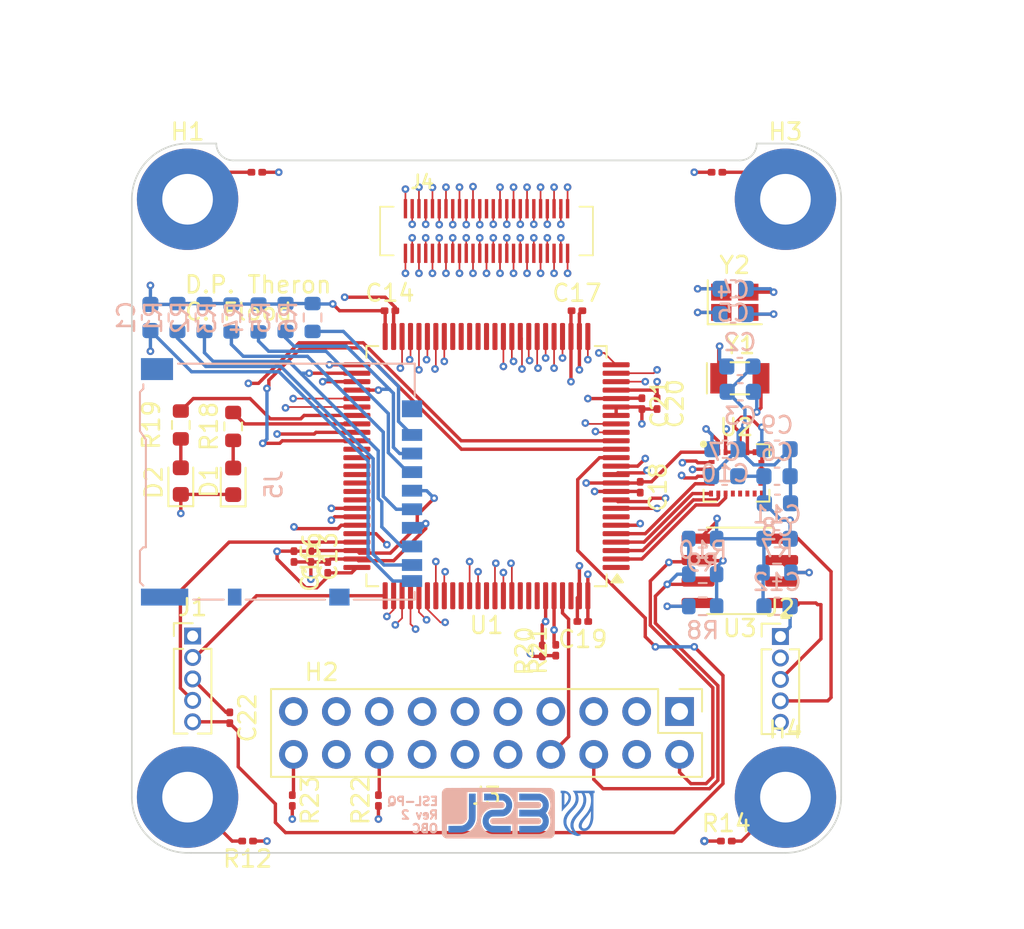
<source format=kicad_pcb>
(kicad_pcb (version 20240108) (generator "pcbnew") (generator_version "8.0")
  (title_block (title "Development of an ADCS for a PocketQube") (date "2023-09-06") (comment 2 "PCB Design") (comment 3 "22619291") (comment 4 "DP Theron"))
  (layers (0 "F.Cu" signal) (1 "In1.Cu" mixed) (2 "In2.Cu" mixed) (31 "B.Cu" signal) (34 "B.Paste" user) (35 "F.Paste" user) (36 "B.SilkS" user "B.Silkscreen") (37 "F.SilkS" user "F.Silkscreen") (38 "B.Mask" user) (39 "F.Mask" user) (44 "Edge.Cuts" user))
  (net 0 "")
  (net 1 "OSC_IN")
  (net 2 "OSC_OUT")
  (net 3 "OSC32_IN")
  (net 4 "OSC32_OUT")
  (net 5 "NRST")
  (net 6 "SPI NSS")
  (net 7 "SPI MOSI")
  (net 8 "SPI SCK")
  (net 9 "SPI MISO")
  (net 10 "SCL")
  (net 11 "SDA")
  (net 13 "USART RX")
  (net 14 "USART TX")
  (net 15 "DCap")
  (net 19 "SWCLK")
  (net 20 "SWDIO")
  (net 26 "SAOG")
  (net 27 "SAOM")
  (net 28 "CSAG")
  (net 29 "CSM")
  (net 30 "GND")
  (net 31 "Net-(U2-CAP)")
  (net 32 "Net-(U2-C1)")
  (net 33 "Net-(D1-A)")
  (net 34 "Net-(D2-A)")
  (net 35 "Net-(H1-Pad1)")
  (net 36 "Net-(H2-Pad1)")
  (net 37 "Net-(H3-Pad1)")
  (net 38 "Net-(H4-Pad1)")
  (net 39 "EPS-RST")
  (net 40 "Net-(J5-DAT2)")
  (net 41 "3V3")
  (net 42 "PPS")
  (net 43 "5V")
  (net 44 "PWR")
  (net 45 "TX")
  (net 46 "RS-EN")
  (net 47 "RS-A")
  (net 48 "RS-B")
  (net 49 "Net-(J5-DAT1)")
  (net 59 "S2_3V3")
  (net 60 "I2C-SDA")
  (net 61 "I2C-SCL")
  (net 62 "S1_5V")
  (net 63 "S2_5V")
  (net 64 "Unreg Solar")
  (net 65 "Unreg Bat")
  (net 76 "DB8")
  (net 77 "DB3")
  (net 78 "DB18")
  (net 79 "DB43")
  (net 80 "DB26")
  (net 81 "DB4")
  (net 82 "DB31")
  (net 83 "DB50")
  (net 84 "DB19")
  (net 85 "DB38")
  (net 86 "DB13")
  (net 87 "DB46")
  (net 88 "DB24")
  (net 89 "DB40")
  (net 90 "DB23")
  (net 91 "DB14")
  (net 92 "DB36")
  (net 93 "DB37")
  (net 94 "DB32")
  (net 95 "DB6")
  (net 96 "DB20")
  (net 97 "DB10")
  (net 98 "DB45")
  (net 99 "DB29")
  (net 100 "DB35")
  (net 101 "DB25")
  (net 102 "DB16")
  (net 103 "DB42")
  (net 104 "DB39")
  (net 105 "DB22")
  (net 106 "DB11")
  (net 107 "DB21")
  (net 108 "DB47")
  (net 109 "DB41")
  (net 110 "DB49")
  (net 111 "DB44")
  (net 112 "DB12")
  (net 113 "DB34")
  (net 114 "DB17")
  (net 115 "DB15")
  (net 116 "DB28")
  (net 117 "DB27")
  (net 118 "DB2")
  (net 119 "DB5")
  (net 120 "DB33")
  (net 121 "DB7")
  (net 122 "DB48")
  (net 123 "DB1")
  (net 124 "DB30")
  (net 125 "DB9")
  (footprint "Skripsie:R_0201_0603Metric" (layer "F.Cu") (at 263.145 24.5)
    (property "Reference" "R13" (hide yes))
    (property "Value" "0")
  )
  (footprint "Skripsie:C_0201_0603Metric" (layer "F.Cu") (at 255.2 51.1 180)
    (property "Reference" "C19")
    (property "Value" "100n")
  )
  (footprint "LED_SMD:LED_0603_1608Metric" (layer "F.Cu") (at 231.4 42.7875 90)
    (property "Reference" "D2")
    (property "Value" "LED")
  )
  (footprint "Package_QFP:LQFP-100_14x14mm_P0.5mm" (layer "F.Cu") (at 249.5 41.9 180)
    (property "Reference" "U1")
    (property "Value" "STM32L496VGTx")
  )
  (footprint "Skripsie:R_0201_0603Metric" (layer "F.Cu") (at 235.355 64.1 180)
    (property "Reference" "R12")
    (property "Value" "0")
  )
  (footprint "Skripsie:R_0201_0603Metric" (layer "F.Cu") (at 252.8 52.845 90)
    (property "Reference" "R20")
    (property "Value" "4k7")
  )
  (footprint "Skripsie:PinHeader_1x05_P1.27mm_Vertical" (layer "F.Cu") (at 232.1 51.96)
    (property "Reference" "J1")
    (property "Value" "Conn_01x05")
  )
  (footprint "Skripsie:C_0201_0603Metric" (layer "F.Cu") (at 240.1 47.9 90)
    (property "Reference" "C15")
    (property "Value" "100n")
  )
  (footprint "MountingHole:MountingHole_3mm_Pad" (layer "F.Cu") (at 267.2 61.5)
    (property "Reference" "H4")
    (property "Value" "MountingHole_Pad")
  )
  (footprint "Skripsie:LGA-24L_3x3.5mm_P0.43mm" (layer "F.Cu") (at 264.3 42.3)
    (property "Reference" "U2")
    (property "Value" "LSM9DS1TR")
  )
  (footprint "Skripsie:R_0201_0603Metric" (layer "F.Cu") (at 235.9 24.5 180)
    (property "Reference" "R11" (hide yes))
    (property "Value" "0")
  )
  (footprint "Skripsie:C_0201_0603Metric" (layer "F.Cu") (at 258.7 38.2 -90)
    (property "Reference" "C21")
    (property "Value" "1u")
  )
  (footprint "MountingHole:MountingHole_3mm_Pad" (layer "F.Cu") (at 267.2 26.1)
    (property "Reference" "H3")
    (property "Value" "MountingHole_Pad")
  )
  (footprint "Skripsie:R_0201_0603Metric" (layer "F.Cu") (at 243.1 61.7 90)
    (property "Reference" "R22")
    (property "Value" "4k7")
  )
  (footprint "Skripsie:C_0201_0603Metric" (layer "F.Cu") (at 254.855 32.7)
    (property "Reference" "C17")
    (property "Value" "100n")
  )
  (footprint "Skripsie:C_0201_0603Metric" (layer "F.Cu") (at 234.3 56.8 -90)
    (property "Reference" "C22")
    (property "Value" "100n")
  )
  (footprint "ESL_PQ:ESL_PQ_Main_Header" (layer "F.Cu") (at 249.5 56.43)
    (property "Reference" "J3")
    (property "Value" "ESL_PQ_MainHeader")
  )
  (footprint "MountingHole:MountingHole_3mm_Pad" (layer "F.Cu") (at 231.8 61.5)
    (property "Reference" "H2")
    (property "Value" "MountingHole_Pad")
  )
  (footprint "Skripsie:HRS_DF40C-50DS-0.4V(51)" (layer "F.Cu") (at 249.5 27.98)
    (property "Reference" "J4")
    (property "Value" "Conn_02x25_Odd_Even")
  )
  (footprint "Skripsie:C_0201_0603Metric" (layer "F.Cu") (at 239.1 47.255 -90)
    (property "Reference" "C13")
    (property "Value" "10u")
  )
  (footprint "Skripsie:PinHeader_1x05_P1.27mm_Vertical" (layer "F.Cu") (at 266.9 51.99)
    (property "Reference" "J2")
    (property "Value" "Conn_01x05")
  )
  (footprint "Skripsie:R_0201_0603Metric" (layer "F.Cu") (at 253.6 52.8 90)
    (property "Reference" "R21")
    (property "Value" "4k7")
  )
  (footprint "Resistor_SMD:R_0603_1608Metric" (layer "F.Cu") (at 234.5 39.55 90)
    (property "Reference" "R18")
    (property "Value" "165")
  )
  (footprint "Skripsie:Crystal_SMD_EuroQuartz_EQ161-2Pin_3.2x1.5mm" (layer "F.Cu") (at 264.5 36.7)
    (property "Reference" "Y1")
    (property "Value" "32.768 kHz")
  )
  (footprint "Skripsie:C_0201_0603Metric" (layer "F.Cu") (at 238.1 47.255 -90)
    (property "Reference" "C16")
    (property "Value" "100n")
  )
  (footprint "Package_SO:SOIC-8_3.9x4.9mm_P1.27mm" (layer "F.Cu") (at 264.5 48.1 180)
    (property "Reference" "U3")
    (property "Value" "MAX485EDA")
  )
  (footprint "Skripsie:C_0201_0603Metric" (layer "F.Cu") (at 259.6 38.2 -90)
    (property "Reference" "C20")
    (property "Value" "1u")
  )
  (footprint "Skripsie:C_0201_0603Metric" (layer "F.Cu") (at 243.78 32.7)
    (property "Reference" "C14")
    (property "Value" "100n")
  )
  (footprint "Skripsie:Crystal_SMD_EuroQuartz_X22-4Pin_2.5x2.0mm" (layer "F.Cu") (at 264.2 32.2)
    (property "Reference" "Y2")
    (property "Value" "16 MHz")
  )
  (footprint "MountingHole:MountingHole_3mm_Pad" (layer "F.Cu") (at 231.8 26.1)
    (property "Reference" "H1")
    (property "Value" "MountingHole_Pad")
  )
  (footprint "Skripsie:R_0201_0603Metric" (layer "F.Cu") (at 263.7 64.1)
    (property "Reference" "R14")
    (property "Value" "0")
  )
  (footprint "Resistor_SMD:R_0603_1608Metric" (layer "F.Cu") (at 231.4 39.4625 90)
    (property "Reference" "R19")
    (property "Value" "165")
  )
  (footprint "LED_SMD:LED_0603_1608Metric" (layer "F.Cu") (at 234.5 42.8 90)
    (property "Reference" "D1")
    (property "Value" "LED")
  )
  (footprint "Skripsie:C_0201_0603Metric" (layer "F.Cu") (at 258.6 43.15 -90)
    (property "Reference" "C18")
    (property "Value" "100n")
  )
  (footprint "Skripsie:R_0201_0603Metric" (layer "F.Cu") (at 238 61.7 -90)
    (property "Reference" "R23")
    (property "Value" "4k7")
  )
  (footprint "LOGO" (layer "B.Cu") (at 250.2 62.45 180)
    (property "Reference" "G***" (hide yes))
    (property "Value" "LOGO" (hide yes))
  )
  (footprint "Capacitor_SMD:C_0603_1608Metric" (layer "B.Cu") (at 264.1 31.4)
    (property "Reference" "C5")
    (property "Value" "12p")
  )
  (footprint "Resistor_SMD:R_0603_1608Metric" (layer "B.Cu") (at 262.3 50.2)
    (property "Reference" "R8")
    (property "Value" "4k7")
  )
  (footprint "Capacitor_SMD:C_0603_1608Metric" (layer "B.Cu") (at 264.5 36 180)
    (property "Reference" "C2")
    (property "Value" "8p")
  )
  (footprint "Capacitor_SMD:C_0603_1608Metric" (layer "B.Cu") (at 229.6 33.1 -90)
    (property "Reference" "C1")
    (property "Value" "10u")
  )
  (footprint "Resistor_SMD:R_0603_1608Metric" (layer "B.Cu") (at 237.6 33.1 -90)
    (property "Reference" "R5")
    (property "Value" "4k7")
  )
  (footprint "Capacitor_SMD:C_0603_1608Metric" (layer "B.Cu") (at 266.7 42.5 180)
    (property "Reference" "C6")
    (property "Value" "100n")
  )
  (footprint "Resistor_SMD:R_0603_1608Metric" (layer "B.Cu") (at 262.3 48.3 180)
    (property "Reference" "R10")
    (property "Value" "120k")
  )
  (footprint "Capacitor_SMD:C_0603_1608Metric" (layer "B.Cu") (at 266.7 40.9 180)
    (property "Reference" "C9")
    (property "Value" "10n")
  )
  (footprint "Capacitor_SMD:C_0603_1608Metric" (layer "B.Cu") (at 266.725 44.1)
    (property "Reference" "C8")
    (property "Value" "10u")
  )
  (footprint "Capacitor_SMD:C_0603_1608Metric" (layer "B.Cu") (at 266.7 46.2 180)
    (property "Reference" "C11")
    (property "Value" "100n")
  )
  (footprint "Resistor_SMD:R_0603_1608Metric" (layer "B.Cu") (at 239.2 33.1 -90)
    (property "Reference" "R6")
    (property "Value" "4k7")
  )
  (footprint "Resistor_SMD:R_0603_1608Metric" (layer "B.Cu") (at 236 33.13 -90)
    (property "Reference" "R4")
    (property "Value" "4k7")
  )
  (footprint "Resistor_SMD:R_0603_1608Metric" (layer "B.Cu") (at 234.395 33.13 -90)
    (property "Reference" "R3")
    (property "Value" "4k7")
  )
  (footprint "Resistor_SMD:R_0603_1608Metric" (layer "B.Cu") (at 231.2 33.1 -90)
    (property "Reference" "R1")
    (property "Value" "4k7")
  )
  (footprint "Skripsie:microSD_HC_Hirose_DM3AT-SF-PEJM5" (layer "B.Cu") (at 237.365 42.83 90)
    (property "Reference" "J5")
    (property "Value" "Micro_SD_Card")
  )
  (footprint "Resistor_SMD:R_0603_1608Metric" (layer "B.Cu") (at 266.7 48.2 180)
    (property "Reference" "R7")
    (property "Value" "4k7")
  )
  (footprint "Capacitor_SMD:C_0603_1608Metric" (layer "B.Cu") (at 266.7 50.2 180)
    (property "Reference" "C12")
    (property "Value" "10u")
  )
  (footprint "Capacitor_SMD:C_0603_1608Metric" (layer "B.Cu") (at 264.525 37.5)
    (property "Reference" "C3")
    (property "Value" "8p")
  )
  (footprint "Capacitor_SMD:C_0603_1608Metric" (layer "B.Cu") (at 264.1 32.9 180)
    (property "Reference" "C4")
    (property "Value" "12p")
  )
  (footprint "LOGO" (layer "B.Cu") (at 250.2 62.45 180)
    (property "Reference" "G***" (hide yes))
    (property "Value" "LOGO" (hide yes))
  )
  (footprint "Capacitor_SMD:C_0603_1608Metric" (layer "B.Cu") (at 263.6 42.5 180)
    (property "Reference" "C7")
    (property "Value" "100n")
  )
  (footprint "Resistor_SMD:R_0603_1608Metric" (layer "B.Cu") (at 262.3 46.2)
    (property "Reference" "R9")
    (property "Value" "4k7")
  )
  (footprint "LOGO" (layer "B.Cu") (at 254.9 62.45 180)
    (property "Reference" "G***" (hide yes))
    (property "Value" "LOGO" (hide yes))
  )
  (footprint "Resistor_SMD:R_0603_1608Metric" (layer "B.Cu") (at 232.8 33.1 -90)
    (property "Reference" "R2")
    (property "Value" "4k7")
  )
  (footprint "Capacitor_SMD:C_0603_1608Metric" (layer "B.Cu") (at 263.625 40.9)
    (property "Reference" "C10")
    (property "Value" "100n")
  )
  (gr_arc (start 270.5 61.5) (mid 269.533452 63.833452) (end 267.2 64.8) (stroke (width 0.1)) (layer "Edge.Cuts"))
  (gr_arc (start 231.8 64.8) (mid 229.466548 63.833452) (end 228.5 61.5) (stroke (width 0.1)) (layer "Edge.Cuts"))
  (gr_line (start 232 64.8) (end 267.2 64.8) (stroke (width 0.1)) (layer "Edge.Cuts"))
  (gr_line (start 265.5 22.8) (end 267.2 22.8) (stroke (width 0.1)) (layer "Edge.Cuts"))
  (gr_arc (start 228.5 26.1) (mid 229.466548 23.766548) (end 231.8 22.8) (stroke (width 0.1)) (layer "Edge.Cuts"))
  (gr_line (start 270.5 26.1) (end 270.5 61.5) (stroke (width 0.1)) (layer "Edge.Cuts"))
  (gr_line (start 234.5 23.8) (end 264.5 23.8) (stroke (width 0.1)) (layer "Edge.Cuts"))
  (gr_arc (start 265.5 22.8) (mid 265.207107 23.507107) (end 264.5 23.8) (stroke (width 0.1)) (layer "Edge.Cuts"))
  (gr_arc (start 267.2 22.8) (mid 269.533452 23.766548) (end 270.5 26.1) (stroke (width 0.1)) (layer "Edge.Cuts"))
  (gr_line (start 232 64.8) (end 231.833452 64.796548) (stroke (width 0.1)) (layer "Edge.Cuts"))
  (gr_line (start 228.5 26.1) (end 228.5 61.5) (stroke (width 0.1)) (layer "Edge.Cuts"))
  (gr_arc (start 234.5 23.8) (mid 233.792893 23.507107) (end 233.5 22.8) (stroke (width 0.1)) (layer "Edge.Cuts"))
  (gr_line (start 233.5 22.8) (end 231.8 22.8) (stroke (width 0.1)) (layer "Edge.Cuts"))
  (gr_text "ESL-PQ\nRev 2\nOBC" (at 246.7 63.65 0) (layer "B.SilkS") (effects (font (size 0.5 0.5) (thickness 0.125) (bold yes)) (justify left bottom mirror)))
  (gr_text "D.P. Theron\nC. Flood" (at 231.55 33.35 0) (layer "F.SilkS") (effects (font (size 1 1)) (justify left bottom)))
  (segment (start 257.275 42.3) (end 257.175 42.4) (width 0.2) (layer "F.Cu") (net 1))
  (segment (start 258.85 42.3) (end 257.275 42.3) (width 0.2) (layer "F.Cu") (net 1))
  (segment (start 259 42.15) (end 258.85 42.3) (width 0.2) (layer "F.Cu") (net 1))
  (segment (start 263.4 32.8) (end 262 32.8) (width 0.2) (layer "F.Cu") (net 1))
  (via (at 262 32.8) (size 0.45) (drill 0.2) (layers "F.Cu" "B.Cu") (net 1))
  (via (at 259 42.15) (size 0.45) (drill 0.2) (layers "F.Cu" "B.Cu") (net 1))
  (segment (start 262 32.8) (end 263.225 32.8) (width 0.2) (layer "B.Cu") (net 1))
  (segment (start 263.225 32.8) (end 263.325 32.9) (width 0.2) (layer "B.Cu") (net 1))
  (segment (start 258.45 41.9) (end 257.175 41.9) (width 0.2) (layer "F.Cu") (net 2))
  (segment (start 258.9 41.45) (end 258.45 41.9) (width 0.2) (layer "F.Cu") (net 2))
  (segment (start 265 31.6) (end 266.5 31.6) (width 0.2) (layer "F.Cu") (net 2))
  (via (at 266.5 31.6) (size 0.45) (drill 0.2) (layers "F.Cu" "B.Cu") (net 2))
  (via (at 258.9 41.45) (size 0.45) (drill 0.2) (layers "F.Cu" "B.Cu") (net 2))
  (segment (start 264.875 31.4) (end 266.3 31.4) (width 0.2) (layer "B.Cu") (net 2))
  (segment (start 266.3 31.4) (end 266.5 31.6) (width 0.2) (layer "B.Cu") (net 2))
  (segment (start 263.25 34.85) (end 263.3 34.8) (width 0.2) (layer "F.Cu") (net 3))
  (segment (start 259.6 44.4) (end 257.175 44.4) (width 0.2) (layer "F.Cu") (net 3))
  (segment (start 263.25 36.7) (end 263.25 34.85) (width 0.2) (layer "F.Cu") (net 3))
  (via (at 263.3 34.8) (size 0.45) (drill 0.2) (layers "F.Cu" "B.Cu") (net 3))
  (via (at 259.6 44.4) (size 0.45) (drill 0.2) (layers "F.Cu" "B.Cu") (net 3))
  (segment (start 263.3 35.575) (end 263.725 36) (width 0.2) (layer "B.Cu") (net 3))
  (segment (start 263.3 34.8) (end 263.3 35.575) (width 0.2) (layer "B.Cu") (net 3))
  (segment (start 257.275 44) (end 257.175 43.9) (width 0.2) (layer "F.Cu") (net 4))
  (segment (start 265.75 36.7) (end 265.75 38.45) (width 0.2) (layer "F.Cu") (net 4))
  (segment (start 265.75 38.45) (end 265.5 38.7) (width 0.2) (layer "F.Cu") (net 4))
  (segment (start 259.3 43.8) (end 259.1 44) (width 0.2) (layer "F.Cu") (net 4))
  (segment (start 259.1 44) (end 257.275 44) (width 0.2) (layer "F.Cu") (net 4))
  (segment (start 260.1 43.8) (end 259.3 43.8) (width 0.2) (layer "F.Cu") (net 4))
  (via (at 265.5 38.7) (size 0.45) (drill 0.2) (layers "F.Cu" "B.Cu") (net 4))
  (via (at 260.1 43.8) (size 0.45) (drill 0.2) (layers "F.Cu" "B.Cu") (net 4))
  (segment (start 265.5 37.7) (end 265.3 37.5) (width 0.2) (layer "B.Cu") (net 4))
  (segment (start 265.5 38.7) (end 265.5 37.7) (width 0.2) (layer "B.Cu") (net 4))
  (segment (start 234.22 57.04) (end 234.3 57.12) (width 0.2) (layer "F.Cu") (net 5))
  (segment (start 257.175 41.4) (end 256.192893 41.4) (width 0.2) (layer "F.Cu") (net 5))
  (segment (start 256.192893 41.4) (end 254.9 42.692893) (width 0.2) (layer "F.Cu") (net 5))
  (segment (start 237.6 63.6) (end 237 63) (width 0.2) (layer "F.Cu") (net 5))
  (segment (start 234.8 57.62) (end 234.3 57.12) (width 0.2) (layer "F.Cu") (net 5))
  (segment (start 237 63) (end 237 61.9) (width 0.2) (layer "F.Cu") (net 5))
  (segment (start 260.6 63.6) (end 237.6 63.6) (width 0.2) (layer "F.Cu") (net 5))
  (segment (start 254.9 42.692893) (end 254.9 46.9) (width 0.2) (layer "F.Cu") (net 5))
  (segment (start 263.5 60.7) (end 260.6 63.6) (width 0.2) (layer "F.Cu") (net 5))
  (segment (start 261.8 52.6) (end 263.5 54.3) (width 0.2) (layer "F.Cu") (net 5))
  (segment (start 254.9 46.9) (end 258.9 50.9) (width 0.2) (layer "F.Cu") (net 5))
  (segment (start 237 61.9) (end 234.8 59.7) (width 0.2) (layer "F.Cu") (net 5))
  (segment (start 263.5 54.3) (end 263.5 60.7) (width 0.2) (layer "F.Cu") (net 5))
  (segment (start 258.9 52) (end 259.5 52.6) (width 0.2) (layer "F.Cu") (net 5))
  (segment (start 258.9 50.9) (end 258.9 52) (width 0.2) (layer "F.Cu") (net 5))
  (segment (start 232.1 57.04) (end 234.22 57.04) (width 0.2) (layer "F.Cu") (net 5))
  (segment (start 234.8 59.7) (end 234.8 57.62) (width 0.2) (layer "F.Cu") (net 5))
  (via (at 261.8 52.6) (size 0.45) (drill 0.2) (layers "F.Cu" "B.Cu") (net 5))
  (via (at 259.5 52.6) (size 0.45) (drill 0.2) (layers "F.Cu" "B.Cu") (net 5))
  (segment (start 259.5 52.6) (end 261.8 52.6) (width 0.2) (layer "B.Cu") (net 5))
  (segment (start 243.1 37.4) (end 241.825 37.4) (width 0.2) (layer "F.Cu") (net 6))
  (via (at 243.1 37.4) (size 0.45) (drill 0.2) (layers "F.Cu" "B.Cu") (net 6))
  (segment (start 243.987868 37.587868) (end 243.987868 40.787868) (width 0.2) (layer "B.Cu") (net 6))
  (segment (start 237.6 34.3) (end 238.1 34.8) (width 0.2) (layer "B.Cu") (net 6))
  (segment (start 244.355 41.155) (end 245.09 41.155) (width 0.2) (layer "B.Cu") (net 6))
  (segment (start 243.15 37.35) (end 243.1 37.4) (width 0.2) (layer "B.Cu") (net 6))
  (segment (start 243.75 37.35) (end 243.15 37.35) (width 0.2) (layer "B.Cu") (net 6))
  (segment (start 238.1 34.8) (end 241.2 34.8) (width 0.2) (layer "B.Cu") (net 6))
  (segment (start 243.987868 40.787868) (end 244.355 41.155) (width 0.2) (layer "B.Cu") (net 6))
  (segment (start 241.2 34.8) (end 243.75 37.35) (width 0.2) (layer "B.Cu") (net 6))
  (segment (start 243.75 37.35) (end 243.987868 37.587868) (width 0.2) (layer "B.Cu") (net 6))
  (segment (start 237.6 33.925) (end 237.6 34.3) (width 0.2) (layer "B.Cu") (net 6))
  (segment (start 240.2 35.9) (end 241.825 35.9) (width 0.2) (layer "F.Cu") (net 7))
  (via (at 240.2 35.9) (size 0.45) (drill 0.2) (layers "F.Cu" "B.Cu") (net 7))
  (segment (start 240.75 35.85) (end 240.25 35.85) (width 0.2) (layer "B.Cu") (net 7))
  (segment (start 240.75 35.85) (end 243.687868 38.787868) (width 0.2) (layer "B.Cu") (net 7))
  (segment (start 244.84 42.255) (end 245.09 42.255) (width 0.2) (layer "B.Cu") (net 7))
  (segment (start 236 33.955) (end 236 34.5) (width 0.2) (layer "B.Cu") (net 7))
  (segment (start 243.687868 38.787868) (end 243.687868 41.102868) (width 0.2) (layer "B.Cu") (net 7))
  (segment (start 236.6 35.1) (end 240 35.1) (width 0.2) (layer "B.Cu") (net 7))
  (segment (start 240 35.1) (end 240.75 35.85) (width 0.2) (layer "B.Cu") (net 7))
  (segment (start 243.687868 41.102868) (end 244.84 42.255) (width 0.2) (layer "B.Cu") (net 7))
  (segment (start 240.25 35.85) (end 240.2 35.9) (width 0.2) (layer "B.Cu") (net 7))
  (segment (start 236 34.5) (end 236.6 35.1) (width 0.2) (layer "B.Cu") (net 7))
  (segment (start 239.8 36.9) (end 241.825 36.9) (width 0.2) (layer "F.Cu") (net 8))
  (via (at 239.8 36.9) (size 0.45) (drill 0.2) (layers "F.Cu" "B.Cu") (net 8))
  (segment (start 238.9 35.4) (end 240.3 36.8) (width 0.2) (layer "B.Cu") (net 8))
  (segment (start 243.387868 43.687868) (end 244.155 44.455) (width 0.2) (layer "B.Cu") (net 8))
  (segment (start 243.387868 39.887868) (end 243.387868 43.687868) (width 0.2) (layer "B.Cu") (net 8))
  (segment (start 239.9 36.8) (end 239.8 36.9) (width 0.2) (layer "B.Cu") (net 8))
  (segment (start 234.395 33.955) (end 234.395 34.695) (width 0.2) (layer "B.Cu") (net 8))
  (segment (start 240.3 36.8) (end 239.9 36.8) (width 0.2) (layer "B.Cu") (net 8))
  (segment (start 235.1 35.4) (end 238.9 35.4) (width 0.2) (layer "B.Cu") (net 8))
  (segment (start 244.155 44.455) (end 245.09 44.455) (width 0.2) (layer "B.Cu") (net 8))
  (segment (start 234.395 34.695) (end 235.1 35.4) (width 0.2) (layer "B.Cu") (net 8))
  (segment (start 240.3 36.8) (end 243.387868 39.887868) (width 0.2) (layer "B.Cu") (net 8))
  (segment (start 239 36.4) (end 241.825 36.4) (width 0.2) (layer "F.Cu") (net 9))
  (via (at 239 36.4) (size 0.45) (drill 0.2) (layers "F.Cu" "B.Cu") (net 9))
  (segment (start 238.6 36.4) (end 239 36.4) (width 0.2) (layer "B.Cu") (net 9))
  (segment (start 243.3 45.5) (end 243.3 44.024264) (width 0.2) (layer "B.Cu") (net 9))
  (segment (start 233.316618 35.7) (end 232.8 35.183382) (width 0.2) (layer "B.Cu") (net 9))
  (segment (start 243.087868 40.987868) (end 238.55 36.45) (width 0.2) (layer "B.Cu") (net 9))
  (segment (start 243.087868 43.812132) (end 243.087868 40.987868) (width 0.2) (layer "B.Cu") (net 9))
  (segment (start 237.8 35.7) (end 233.316618 35.7) (width 0.2) (layer "B.Cu") (net 9))
  (segment (start 232.75 34) (end 232.795 33.955) (width 0.2) (layer "B.Cu") (net 9))
  (segment (start 245.09 46.655) (end 244.455 46.655) (width 0.2) (layer "B.Cu") (net 9))
  (segment (start 238.55 36.45) (end 238.6 36.4) (width 0.2) (layer "B.Cu") (net 9))
  (segment (start 232.8 35.183382) (end 232.8 33.925) (width 0.2) (layer "B.Cu") (net 9))
  (segment (start 243.3 44.024264) (end 243.087868 43.812132) (width 0.2) (layer "B.Cu") (net 9))
  (segment (start 238.55 36.45) (end 237.8 35.7) (width 0.2) (layer "B.Cu") (net 9))
  (segment (start 244.455 46.655) (end 243.3 45.5) (width 0.2) (layer "B.Cu") (net 9))
  (segment (start 261.1 41.7) (end 261.2 41.6) (width 0.2) (layer "F.Cu") (net 10))
  (segment (start 262.78 41.7) (end 262.825 41.655) (width 0.2) (layer "F.Cu") (net 10))
  (segment (start 252.8 52.525) (end 252.8 51.3) (width 0.2) (layer "F.Cu") (net 10))
  (segment (start 252.8 51.3) (end 253 51.1) (width 0.2) (layer "F.Cu") (net 10))
  (segment (start 261.907107 41.6) (end 262.007107 41.7) (width 0.2) (layer "F.Cu") (net 10))
  (segment (start 262.007107 41.7) (end 262.78 41.7) (width 0.2) (layer "F.Cu") (net 10))
  (segment (start 261.2 41.6) (end 261.907107 41.6) (width 0.2) (layer "F.Cu") (net 10))
  (segment (start 253 51.1) (end 253 49.575) (width 0.2) (layer "F.Cu") (net 10))
  (via (at 261.1 41.7) (size 0.45) (drill 0.2) (layers "F.Cu" "B.Cu") (net 10))
  (via (at 253 51.1) (size 0.45) (drill 0.2) (layers "F.Cu" "B.Cu") (net 10))
  (segment (start 261.907107 42.6) (end 262.007107 42.5) (width 0.2) (layer "F.Cu") (net 11))
  (segment (start 261.2 42.6) (end 261.907107 42.6) (width 0.2) (layer "F.Cu") (net 11))
  (segment (start 261.05 42.45) (end 261.2 42.6) (width 0.2) (layer "F.Cu") (net 11))
  (segment (start 262.007107 42.5) (end 262.81 42.5) (width 0.2) (layer "F.Cu") (net 11))
  (segment (start 253.5 52.38) (end 253.6 52.48) (width 0.2) (layer "F.Cu") (net 11))
  (segment (start 253.5 51.6) (end 253.5 52.38) (width 0.2) (layer "F.Cu") (net 11))
  (segment (start 253.5 51.6) (end 253.5 49.575) (width 0.2) (layer "F.Cu") (net 11))
  (segment (start 262.81 42.5) (end 262.825 42.515) (width 0.2) (layer "F.Cu") (net 11))
  (via (at 261.05 42.45) (size 0.45) (drill 0.2) (layers "F.Cu" "B.Cu") (net 11))
  (via (at 253.5 51.6) (size 0.45) (drill 0.2) (layers "F.Cu" "B.Cu") (net 11))
  (segment (start 240.315 45.1) (end 240.515 44.9) (width 0.2) (layer "F.Cu") (net 13))
  (segment (start 269.9 48.145001) (end 269.9 55.6) (width 0.2) (layer "F.Cu") (net 13))
  (segment (start 266.975 46.195) (end 267.949999 46.195) (width 0.2) (layer "F.Cu") (net 13))
  (segment (start 240.515 44.9) (end 241.825 44.9) (width 0.2) (layer "F.Cu") (net 13))
  (segment (start 269.9 55.6) (end 269.7 55.8) (width 0.2) (layer "F.Cu") (net 13))
  (segment (start 269.7 55.8) (end 266.9 55.8) (width 0.2) (layer "F.Cu") (net 13))
  (segment (start 267.949999 46.195) (end 269.9 48.145001) (width 0.2) (layer "F.Cu") (net 13))
  (via (at 240.315 45.1) (size 0.45) (drill 0.2) (layers "F.Cu" "B.Cu") (net 13))
  (segment (start 269.3 52.13) (end 269.3 50.1) (width 0.2) (layer "F.Cu") (net 14))
  (segment (start 266.975 50.105) (end 267.949999 50.105) (width 0.2) (layer "F.Cu") (net 14))
  (segment (start 269.3 50.1) (end 269.1 50.1) (width 0.2) (layer "F.Cu") (net 14))
  (segment (start 240.315 44.4) (end 241.825 44.4) (width 0.2) (layer "F.Cu") (net 14))
  (segment (start 266.9 54.53) (end 269.3 52.13) (width 0.2) (layer "F.Cu") (net 14))
  (segment (start 269.005 50.005) (end 266.975 50.005) (width 0.2) (layer "F.Cu") (net 14))
  (segment (start 269.1 50.1) (end 269.005 50.005) (width 0.2) (layer "F.Cu") (net 14))
  (via (at 240.315 44.4) (size 0.45) (drill 0.2) (layers "F.Cu" "B.Cu") (net 14))
  (segment (start 261.017893 41.075) (end 259.262893 42.83) (width 0.2) (layer "F.Cu") (net 15))
  (segment (start 259.6 37.6) (end 259.4 37.4) (width 0.2) (layer "F.Cu") (net 15))
  (segment (start 259.4 37.4) (end 257.175 37.4) (width 0.2) (layer "F.Cu") (net 15))
  (segment (start 263.655 41.075) (end 264.085 41.075) (width 0.2) (layer "F.Cu") (net 15))
  (segment (start 241.825 47.9) (end 241.505 48.22) (width 0.2) (layer "F.Cu") (net 15))
  (segment (start 239.449999 49.1) (end 238.8 49.1) (width 0.2) (layer "F.Cu") (net 15))
  (segment (start 240.1 48.22) (end 240.1 48.449999) (width 0.2) (layer "F.Cu") (net 15))
  (segment (start 243.807107 47.05) (end 245.4 45.457107) (width 0.2) (layer "F.Cu") (net 15))
  (segment (start 238.1 46.935) (end 237.115 46.935) (width 0.2) (layer "F.Cu") (net 15))
  (segment (start 238.1 46.935) (end 239.1 46.935) (width 0.2) (layer "F.Cu") (net 15))
  (segment (start 257.175 42.9) (end 255.4 42.9) (width 0.2) (layer "F.Cu") (net 15))
  (segment (start 255.5 49.575) (end 255.5 51.08) (width 0.2) (layer "F.Cu") (net 15))
  (segment (start 239.335 46.935) (end 239.37 46.9) (width 0.2) (layer "F.Cu") (net 15))
  (segment (start 262.795 41.075) (end 261.017893 41.075) (width 0.2) (layer "F.Cu") (net 15))
  (segment (start 252.845 53.12) (end 252.8 53.165) (width 0.2) (layer "F.Cu") (net 15))
  (segment (start 245.4 44.8) (end 246.4 43.8) (width 0.2) (layer "F.Cu") (net 15))
  (segment (start 237.1 47.4) (end 237.1 46.95) (width 0.2) (layer "F.Cu") (net 15))
  (segment (start 259.6 37.88) (end 259.6 36.9) (width 0.2) (layer "F.Cu") (net 15))
  (segment (start 258.5 45.4) (end 258.6 45.3) (width 0.2) (layer "F.Cu") (net 15))
  (segment (start 255.5 49.575) (end 255.5 48.3) (width 0.2) (layer "F.Cu") (net 15))
  (segment (start 263.655 39.745) (end 263.7 39.7) (width 0.2) (layer "F.Cu") (net 15))
  (segment (start 243.5 34.225) (end 243.5 32.74) (width 0.2) (layer "F.Cu") (net 15))
  (segment (start 257.195 37.88) (end 257.175 37.9) (width 0.2) (layer "F.Cu") (net 15))
  (segment (start 243.1 62.02) (end 243.1 62.8) (width 0.2) (layer "F.Cu") (net 15))
  (segment (start 262.825 42.085) (end 261.715 42.085) (width 0.2) (layer "F.Cu") (net 15))
  (segment (start 261.715 42.085) (end 261.7 42.1) (width 0.2) (layer "F.Cu") (net 15))
  (segment (start 245.4 45.457107) (end 245.4 44.8) (width 0.2) (layer "F.Cu") (net 15))
  (segment (start 254.5 32.735) (end 254.535 32.7) (width 0.2) (layer "F.Cu") (net 15))
  (segment (start 241.975 47.05) (end 243.807107 47.05) (width 0.2) (layer "F.Cu") (net 15))
  (segment (start 259.262893 42.83) (end 258.6 42.83) (width 0.2) (layer "F.Cu") (net 15))
  (segment (start 261.93 50.2) (end 262.025 50.105) (width 0.2) (layer "F.Cu") (net 15))
  (segment (start 240.8 32.7) (end 240.4 32.3) (width 0.2) (layer "F.Cu") (net 15))
  (segment (start 255.5 51.08) (end 255.52 51.1) (width 0.2) (layer "F.Cu") (net 15))
  (segment (start 238 62.02) (end 238 62.8) (width 0.2) (layer "F.Cu") (net 15))
  (segment (start 254.5 34.225) (end 254.5 36.9) (width 0.2) (layer "F.Cu") (net 15))
  (segment (start 258.7 37.88) (end 257.195 37.88) (width 0.2) (layer "F.Cu") (net 15))
  (segment (start 252.265 53.165) (end 252.1 53) (width 0.2) (layer "F.Cu") (net 15))
  (segment (start 243.46 32.7) (end 240.8 32.7) (width 0.2) (layer "F.Cu") (net 15))
  (segment (start 254.5 34.225) (end 254.5 32.735) (width 0.2) (layer "F.Cu") (net 15))
  (segment (start 241.825 46.9) (end 241.975 47.05) (width 0.2) (layer "F.Cu") (net 15))
  (segment (start 237.115 46.935) (end 237.1 46.95) (width 0.2) (layer "F.Cu") (net 15))
  (segment (start 257.175 45.4) (end 258.5 45.4) (width 0.2) (layer "F.Cu") (net 15))
  (segment (start 259.6 37.88) (end 259.6 37.6) (width 0.2) (layer "F.Cu") (net 15))
  (segment (start 253.6 53.12) (end 252.845 53.12) (width 0.2) (layer "F.Cu") (net 15))
  (segment (start 241.505 48.22) (end 240.1 48.22) (width 0.2) (layer "F.Cu") (net 15))
  (segment (start 258.53 42.9) (end 258.6 42.83) (width 0.2) (layer "F.Cu") (net 15))
  (segment (start 252.8 53.165) (end 252.265 53.165) (width 0.2) (layer "F.Cu") (net 15))
  (segment (start 255.5 37.9) (end 257.175 37.9) (width 0.2) (layer "F.Cu") (net 15))
  (segment (start 260.2 50.2) (end 261.93 50.2) (width 0.2) (layer "F.Cu") (net 15))
  (segment (start 239.1 46.935) (end 239.335 46.935) (width 0.2) (layer "F.Cu") (net 15))
  (segment (start 257.175 42.9) (end 258.53 42.9) (width 0.2) (layer "F.Cu") (net 15))
  (segment (start 239.37 46.9) (end 241.825 46.9) (width 0.2) (layer "F.Cu") (net 15))
  (segment (start 238.8 49.1) (end 237.1 47.4) (width 0.2) (layer "F.Cu") (net 15))
  (segment (start 243.5 32.74) (end 243.46 32.7) (width 0.2) (layer "F.Cu") (net 15))
  (segment (start 263.655 41.075) (end 263.655 39.745) (width 0.2) (layer "F.Cu") (net 15))
  (segment (start 240.1 48.449999) (end 239.449999 49.1) (width 0.2) (layer "F.Cu") (net 15))
  (via (at 243.1 62.8) (size 0.45) (drill 0.2) (layers "F.Cu" "B.Cu") (net 15))
  (via (at 237.1 46.95) (size 0.45) (drill 0.2) (layers "F.Cu" "B.Cu") (net 15))
  (via (at 237.1 46.95) (size 0.45) (drill 0.2) (layers "F.Cu" "B.Cu") (net 15))
  (via (at 238 62.8) (size 0.45) (drill 0.2) (layers "F.Cu" "B.Cu") (net 15))
  (via (at 267.475 45.1) (size 0.45) (drill 0.2) (layers "F.Cu" "B.Cu") (net 15))
  (via (at 252.1 53) (size 0.45) (drill 0.2) (layers "F.Cu" "B.Cu") (net 15))
  (via (at 258.6 45.3) (size 0.45) (drill 0.2) (layers "F.Cu" "B.Cu") (net 15))
  (via (at 261.7 42.1) (size 0.45) (drill 0.2) (layers "F.Cu" "B.Cu") (net 15))
  (via (at 263.7 39.7) (size 0.45) (drill 0.2) (layers "F.Cu" "B.Cu") (net 15))
  (via (at 255.4 42.9) (size 0.45) (drill 0.2) (layers "F.Cu" "B.Cu") (net 15))
  (via (at 246.4 43.8) (size 0.45) (drill 0.2) (layers "F.Cu" "B.Cu") (net 15))
  (via (at 255.5 37.9) (size 0.45) (drill 0.2) (layers "F.Cu" "B.Cu") (net 15))
  (via (at 260.2 50.2) (size 0.45) (drill 0.2) (layers "F.Cu" "B.Cu") (net 15))
  (via (at 254.5 36.9) (size 0.45) (drill 0.2) (layers "F.Cu" "B.Cu") (net 15))
  (via (at 259.6 36.9) (size 0.45) (drill 0.2) (layers "F.Cu" "B.Cu") (net 15))
  (via (at 255.5 48.3) (size 0.45) (drill 0.2) (layers "F.Cu" "B.Cu") (net 15))
  (via (at 229.6 31.2) (size 0.45) (drill 0.2) (layers "F.Cu" "B.Cu") (net 15))
  (via (at 240.4 32.3) (size 0.45) (drill 0.2) (layers "F.Cu" "B.Cu") (net 15))
  (segment (start 232.8 32.275) (end 234.365 32.275) (width 0.2) (layer "B.Cu") (net 15))
  (segment (start 240.4 32.3) (end 239.225 32.3) (width 0.2) (layer "B.Cu") (net 15))
  (segment (start 267.475 45.1) (end 267.475 46.2) (width 0.2) (layer "B.Cu") (net 15))
  (segment (start 231.15 32.325) (end 231.2 32.275) (width 0.2) (layer "B.Cu") (net 15))
  (segment (start 261.475 50.2) (end 260.2 50.2) (width 0.2) (layer "B.Cu") (net 15))
  (segment (start 237.6 32.275) (end 239.2 32.275) (width 0.2) (layer "B.Cu") (net 15))
  (segment (start 265.95 44.1) (end 266.95 45.1) (width 0.2) (layer "B.Cu") (net 15))
  (segment (start 265.95 44.1) (end 265.95 42.525) (width 0.2) (layer "B.Cu") (net 15))
  (segment (start 237.645 32.355) (end 237.595 32.305) (width 0.2) (layer "B.Cu") (net 15))
  (segment (start 229.6 32.325) (end 229.6 31.2) (width 0.2) (layer "B.Cu") (net 15))
  (segment (start 245.09 43.355) (end 245.955 43.355) (width 0.2) (layer "B.Cu") (net 15))
  (segment (start 236 32.305) (end 237.57 32.305) (width 0.2) (layer "B.Cu") (net 15))
  (segment (start 267.475 50.2) (end 267.475 51.415) (width 0.2) (layer "B.Cu") (net 15))
  (segment (start 237.57 32.305) (end 237.6 32.275) (width 0.2) (layer "B.Cu") (net 15))
  (segment (start 234.395 32.305) (end 236 32.305) (width 0.2) (layer "B.Cu") (net 15))
  (segment (start 245.955 43.355) (end 246.4 43.8) (width 0.2) (layer "B.Cu") (net 15))
  (segment (start 239.225 32.3) (end 239.2 32.275) (width 0.2) (layer "B.Cu") (net 15))
  (segment (start 231.2 32.275) (end 232.8 32.275) (width 0.2) (layer "B.Cu") (net 15))
  (segment (start 229.6 32.325) (end 231.15 32.325) (width 0.2) (layer "B.Cu") (net 15))
  (segment (start 266.95 45.1) (end 267.475 45.1) (width 0.2) (layer "B.Cu") (net 15))
  (segment (start 265.95 42.525) (end 265.925 42.5) (width 0.2) (layer "B.Cu") (net 15))
  (segment (start 265.925 42.5) (end 264.375 42.5) (width 0.2) (layer "B.Cu") (net 15))
  (segment (start 267.475 51.415) (end 266.9 51.99) (width 0.2) (layer "B.Cu") (net 15))
  (segment (start 232.1 53.23) (end 232.23 53.23) (width 0.2) (layer "F.Cu") (net 19))
  (segment (start 235.885 49.575) (end 243.5 49.575) (width 0.2) (layer "F.Cu") (net 19))
  (segment (start 232.23 53.23) (end 235.885 49.575) (width 0.2) (layer "F.Cu") (net 19))
  (segment (start 231.375 55.045) (end 231.375 49.285) (width 0.2) (layer "F.Cu") (net 20))
  (segment (start 231.375 49.285) (end 234.26 46.4) (width 0.2) (layer "F.Cu") (net 20))
  (segment (start 232.1 55.77) (end 231.375 55.045) (width 0.2) (layer "F.Cu") (net 20))
  (segment (start 234.26 46.4) (end 241.825 46.4) (width 0.2) (layer "F.Cu") (net 20))
  (segment (start 262.825 42.945) (end 261.855 42.945) (width 0.2) (layer "F.Cu") (net 26))
  (segment (start 258.9 45.9) (end 257.175 45.9) (width 0.2) (layer "F.Cu") (net 26))
  (segment (start 261.855 42.945) (end 258.9 45.9) (width 0.2) (layer "F.Cu") (net 26))
  (segment (start 261.699264 43.525) (end 258.824264 46.4) (width 0.2) (layer "F.Cu") (net 27))
  (segment (start 262.795 43.525) (end 261.699264 43.525) (width 0.2) (layer "F.Cu") (net 27))
  (segment (start 258.824264 46.4) (end 257.175 46.4) (width 0.2) (layer "F.Cu") (net 27))
  (segment (start 263.225 43.525) (end 263.225 43.785) (width 0.2) (layer "F.Cu") (net 28))
  (segment (start 263.225 43.785) (end 263.11 43.9) (width 0.2) (layer "F.Cu") (net 28))
  (segment (start 258.748528 46.9) (end 257.175 46.9) (width 0.2) (layer "F.Cu") (net 28))
  (segment (start 261.748528 43.9) (end 258.748528 46.9) (width 0.2) (layer "F.Cu") (net 28))
  (segment (start 263.11 43.9) (end 261.748528 43.9) (width 0.2) (layer "F.Cu") (net 28))
  (segment (start 258.8 47.3) (end 258.7 47.4) (width 0.2) (layer "F.Cu") (net 29))
  (segment (start 261.9 44.2) (end 258.8 47.3) (width 0.2) (layer "F.Cu") (net 29))
  (segment (start 263.655 43.779264) (end 263.234264 44.2) (width 0.2) (layer "F.Cu") (net 29))
  (segment (start 263.234264 44.2) (end 261.9 44.2) (width 0.2) (layer "F.Cu") (net 29))
  (segment (start 263.655 43.525) (end 263.655 43.779264) (width 0.2) (layer "F.Cu") (net 29))
  (segment (start 258.7 47.4) (end 257.175 47.4) (width 0.2) (layer "F.Cu") (net 29))
  (segment (start 262 31.4) (end 263.2 31.4) (width 0.2) (layer "F.Cu") (net 30))
  (segment (start 257.175 43.4) (end 258.53 43.4) (width 0.2) (layer "F.Cu") (net 30))
  (segment (start 257.175 38.4) (end 257.175 38.9) (width 0.2) (layer "F.Cu") (net 30))
  (segment (start 255 32.875) (end 255.175 32.7) (width 0.2) (layer "F.Cu") (net 30))
  (segment (start 257.175 38.4) (end 258.58 38.4) (width 0.2) (layer "F.Cu") (net 30))
  (segment (start 258.7 38.52) (end 259.6 38.52) (width 0.2) (layer "F.Cu") (net 30))
  (segment (start 244.1 32.500001) (end 243.499999 31.9) (width 0.2) (layer "F.Cu") (net 30))
  (segment (start 264.8 39.5) (end 264.945 39.645) (width 0.2) (layer "F.Cu") (net 30))
  (segment (start 263.15 45.17) (end 262.025 46.295) (width 0.2) (layer "F.Cu") (net 30))
  (segment (start 264.945 41.075) (end 265.375 41.075) (width 0.2) (layer "F.Cu") (net 30))
  (segment (start 231.4 43.575) (end 234.4875 43.575) (width 0.2) (layer "F.Cu") (net 30))
  (segment (start 255 34.225) (end 255 32.875) (width 0.2) (layer "F.Cu") (net 30))
  (segment (start 262.825 24.5) (end 261.8 24.5) (width 0.2) (layer "F.Cu") (net 30))
  (segment (start 263.2 31.4) (end 263.4 31.6) (width 0.2) (layer "F.Cu") (net 30))
  (segment (start 265.805 41.075) (end 265.805 41.625) (width 0.2) (layer "F.Cu") (net 30))
  (segment (start 232.1 54.5) (end 234.08 56.48) (width 0.2) (layer "F.Cu") (net 30))
  (segment (start 234.08 56.48) (end 234.3 56.48) (width 0.2) (layer "F.Cu") (net 30))
  (segment (start 236.22 24.5) (end 237.2 24.5) (width 0.2) (layer "F.Cu") (net 30))
  (segment (start 263.15 45) (end 263.15 45.17) (width 0.2) (layer "F.Cu") (net 30))
  (segment (start 258.58 38.4) (end 258.7 38.52) (width 0.2) (layer "F.Cu") (net 30))
  (segment (start 265.775 42.085) (end 265.775 42.515) (width 0.2) (layer "F.Cu") (net 30))
  (segment (start 254.88 51.1) (end 254.88 49.695) (width 0.2) (layer "F.Cu") (net 30))
  (segment (start 244.1 32.7) (end 244.1 32.500001) (width 0.2) (layer "F.Cu") (net 30))
  (segment (start 255 34.225) (end 255 36.2) (width 0.2) (layer "F.Cu") (net 30))
  (segment (start 238.1 47.575) (end 239.1 47.575) (width 0.2) (layer "F.Cu") (net 30))
  (segment (start 257.175 43.4) (end 255.9 43.4) (width 0.2) (layer "F.Cu") (net 30))
  (segment (start 239.1 47.575) (end 239.1 48.6) (width 0.2) (layer "F.Cu") (net 30))
  (segment (start 258.7 38.52) (end 258.7 39.4) (width 0.2) (layer "F.Cu") (net 30))
  (segment (start 255 49.575) (end 255 47.8) (width 0.2) (layer "F.Cu") (net 30))
  (segment (start 264.945 39.645) (end 264.945 41.075) (width 0.2) (layer "F.Cu") (net 30))
  (segment (start 265.1 32.9) (end 265 32.8) (width 0.2) (layer "F.Cu") (net 30))
  (segment (start 240.28 47.4) (end 241.825 47.4) (width 0.2) (layer "F.Cu") (net 30))
  (segment (start 263.38 64.1) (end 262.4 64.1) (width 0.2) (layer "F.Cu") (net 30))
  (segment (start 231.4 43.575) (end 231.4 44.7) (width 0.2) (layer "F.Cu") (net 30))
  (segment (start 243.499999 31.9) (end 241.1 31.9) (width 0.2) (layer "F.Cu") (net 30))
  (segment (start 265.775 41.655) (end 265.775 42.085) (width 0.2) (layer "F.Cu") (net 30))
  (segment (start 266.5 32.9) (end 265.1 32.9) (width 0.2) (layer "F.Cu") (net 30))
  (segment (start 265.375 41.075) (end 265.805 41.075) (width 0.2) (layer "F.Cu") (net 30))
  (segment (start 245.9 45.3) (end 245.9 45.6) (width 0.2) (layer "F.Cu") (net 30))
  (segment (start 254.88 49.695) (end 255 49.575) (width 0.2) (layer "F.Cu") (net 30))
  (segment (start 245.9 45.6) (end 244 47.5) (width 0.2) (layer "F.Cu") (net 30))
  (segment (start 239.1 47.575) (end 240.095 47.575) (width 0.2) (layer "F.Cu") (net 30))
  (segment (start 244 32.8) (end 244.1 32.7) (width 0.2) (layer "F.Cu") (net 30))
  (segment (start 241.925 47.5) (end 241.825 47.4) (width 0.2) (layer "F.Cu") (net 30))
  (segment (start 234.4875 43.575) (end 234.5 43.5875) (width 0.2) (layer "F.Cu") (net 30))
  (segment (start 244 47.5) (end 241.925 47.5) (width 0.2) (layer "F.Cu") (net 30))
  (segment (start 240.095 47.575) (end 240.1 47.58) (width 0.2) (layer "F.Cu") (net 30))
  (segment (start 265.775 42.515) (end 265.775 42.945) (width 0.2) (layer "F.Cu") (net 30))
  (segment (start 235.675 64.1) (end 236.5 64.1) (width 0.2) (layer "F.Cu") (net 30))
  (segment (start 258.53 43.4) (end 258.6 43.47) (width 0.2) (layer "F.Cu") (net 30))
  (segment (start 244 34.225) (end 244 32.8) (width 0.2) (layer "F.Cu") (net 30))
  (segment (start 240.1 47.58) (end 240.28 47.4) (width 0.2) (layer "F.Cu") (net 30))
  (segment (start 265.805 41.625) (end 265.775 41.655) (width 0.2) (layer "F.Cu") (net 30))
  (via (at 262.4 64.1) (size 0.5) (drill 0.2) (layers "F.Cu" "B.Cu") (net 30))
  (via (at 255.9 43.4) (size 0.45) (drill 0.2) (layers "F.Cu" "B.Cu") (net 30))
  (via (at 239.1 48.6) (size 0.45) (drill 0.2) (layers "F.Cu" "B.Cu") (net 30))
  (via (at 236.5 64.1) (size 0.45) (drill 0.2) (layers "F.Cu" "B.Cu") (net 30))
  (via (at 245.9 45.3) (size 0.45) (drill 0.2) (layers "F.Cu" "B.Cu") (net 30))
  (via (at 262 31.4) (size 0.45) (drill 0.2) (layers "F.Cu" "B.Cu") (net 30))
  (via (at 261.8 24.5) (size 0.45) (drill 0.2) (layers "F.Cu" "B.Cu") (net 30))
  (via (at 229.6 35.1) (size 0.45) (drill 0.2) (layers "F.Cu" "B.Cu") (net 30))
  (via (at 258.7 39.4) (size 0.45) (drill 0.2) (layers "F.Cu" "B.Cu") (net 30))
  (via (at 266.5 32.9) (size 0.45) (drill 0.2) (layers "F.Cu" "B.Cu") (net 30))
  (via (at 255 36.2) (size 0.45) (drill 0.2) (layers "F.Cu" "B.Cu") (net 30))
  (via (at 231.4 44.7) (size 0.45) (drill 0.2) (layers "F.Cu" "B.Cu") (net 30))
  (via (at 237.2 24.5) (size 0.45) (drill 0.2) (layers "F.Cu" "B.Cu") (net 30))
  (via (at 264.8 39.5) (size 0.45) (drill 0.2) (layers "F.Cu" "B.Cu") (net 30))
  (via (at 255 47.8) (size 0.45) (drill 0.2) (layers "F.Cu" "B.Cu") (net 30))
  (via (at 241.1 31.9) (size 0.45) (drill 0.2) (layers "F.Cu" "B.Cu") (net 30))
  (via (at 263.15 45) (size 0.45) (drill 0.2) (layers "F.Cu" "B.Cu") (net 30))
  (segment (start 263.775 37.5) (end 265.275 36) (width 0.2) (layer "B.Cu") (net 30))
  (segment (start 264.875 32.9) (end 266.5 32.9) (width 0.2) (layer "B.Cu") (net 30))
  (segment (start 266.55 41.825) (end 267.475 40.9) (width 0.2) (layer "B.Cu") (net 30))
  (segment (start 229.6 33.875) (end 232.037132 36.312132) (width 0.2) (layer "B.Cu") (net 30))
  (segment (start 265.875 50.15) (end 265.925 50.2) (width 0.2) (layer "B.Cu") (net 30))
  (segment (start 237.212132 36.312132) (end 242.487868 41.587868) (width 0.2) (layer "B.Cu") (net 30))
  (segment (start 263.325 31.4) (end 262 31.4) (width 0.2) (layer "B.Cu") (net 30))
  (segment (start 267.5 42.525) (end 267.475 42.5) (width 0.2) (layer "B.Cu") (net 30))
  (segment (start 267.5 44.1) (end 267.5 42.525) (width 0.2) (layer "B.Cu") (net 30))
  (segment (start 262.825 42.5) (end 262.825 42.475) (width 0.2) (layer "B.Cu") (net 30))
  (segment (start 245.645 45.555) (end 245.09 45.555) (width 0.2) (layer "B.Cu") (net 30))
  (segment (start 263.125 46.2) (end 263.125 45.025) (width 0.2) (layer "B.Cu") (net 30))
  (segment (start 263.75 37.5) (end 263.775 37.5) (width 0.2) (layer "B.Cu") (net 30))
  (segment (start 265.925 46.2) (end 265.925 48.15) (width 0.2) (layer "B.Cu") (net 30))
  (segment (start 264.4 40.9) (end 264.4 39.9) (width 0.2) (layer "B.Cu") (net 30))
  (segment (start 264.8 39.5) (end 264.8 38.55) (width 0.2) (layer "B.Cu") (net 30))
  (segment (start 242.487868 41.587868) (end 242.487868 47.237868) (width 0.2) (layer "B.Cu") (net 30))
  (segment (start 245.9 45.3) (end 245.645 45.555) (width 0.2) (layer "B.Cu") (net 30))
  (segment (start 262.825 42.475) (end 264.4 40.9) (width 0.2) (layer "B.Cu") (net 30))
  (segment (start 264.8 38.55) (end 263.75 37.5) (width 0.2) (layer "B.Cu") (net 30))
  (segment (start 264.4 39.9) (end 264.8 39.5) (width 0.2) (layer "B.Cu") (net 30))
  (segment (start 229.6 33.875) (end 229.6 35.1) (width 0.2) (layer "B.Cu") (net 30))
  (segment (start 267.475 42.5) (end 267.475 40.9) (width 0.2) (layer "B.Cu") (net 30))
  (segment (start 232.037132 36.312132) (end 237.212132 36.312132) (width 0.2) (layer "B.Cu") (net 30))
  (segment (start 243.955 48.705) (end 245.09 48.705) (width 0.2) (layer "B.Cu") (net 30))
  (segment (start 263.125 46.2) (end 265.925 46.2) (width 0.2) (layer "B.Cu") (net 30))
  (segment (start 265.875 48.2) (end 265.875 50.15) (width 0.2) (layer "B.Cu") (net 30))
  (segment (start 263.125 45.025) (end 263.15 45) (width 0.2) (layer "B.Cu") (net 30))
  (segment (start 264.4 40.9) (end 265.325 41.825) (width 0.2) (layer "B.Cu") (net 30))
  (segment (start 265.325 41.825) (end 266.55 41.825) (width 0.2) (layer "B.Cu") (net 30))
  (segment (start 242.487868 47.237868) (end 243.955 48.705) (width 0.2) (layer "B.Cu") (net 30))
  (segment (start 265.925 48.15) (end 265.875 48.2) (width 0.2) (layer "B.Cu") (net 30))
  (segment (start 264.2 39.392893) (end 264.592893 39) (width 0.2) (layer "F.Cu") (net 31))
  (segment (start 265.092893 39) (end 265.692893 39.6) (width 0.2) (layer "F.Cu") (net 31))
  (segment (start 265.692893 39.6) (end 265.8 39.6) (width 0.2) (layer "F.Cu") (net 31))
  (segment (start 264.515 39.922107) (end 264.2 39.607107) (width 0.2) (layer "F.Cu") (net 31))
  (segment (start 264.592893 39) (end 265.092893 39) (width 0.2) (layer "F.Cu") (net 31))
  (segment (start 264.515 41.075) (end 264.515 39.922107) (width 0.2) (layer "F.Cu") (net 31))
  (segment (start 264.2 39.607107) (end 264.2 39.392893) (width 0.2) (layer "F.Cu") (net 31))
  (via (at 265.8 39.6) (size 0.45) (drill 0.2) (layers "F.Cu" "B.Cu") (net 31))
  (segment (start 265.8 40.775) (end 265.925 40.9) (width 0.2) (layer "B.Cu") (net 31))
  (segment (start 265.8 39.6) (end 265.8 40.775) (width 0.2) (layer "B.Cu") (net 31))
  (segment (start 262.5 39.7) (end 263.225 40.425) (width 0.2) (layer "F.Cu") (net 32))
  (segment (start 263.225 40.425) (end 263.225 41.075) (width 0.2) (layer "F.Cu") (net 32))
  (via (at 262.5 39.7) (size 0.45) (drill 0.2) (layers "F.Cu" "B.Cu") (net 32))
  (segment (start 262.85 40.05) (end 262.85 40.9) (width 0.2) (layer "B.Cu") (net 32))
  (segment (start 262.5 39.7) (end 262.85 40.05) (width 0.2) (layer "B.Cu") (net 32))
  (segment (start 234.5 40.375) (end 234.5 42.0125) (width 0.2) (layer "F.Cu") (net 33))
  (segment (start 231.4 40.2875) (end 231.4 42) (width 0.2) (layer "F.Cu") (net 34))
  (segment (start 235.58 24.5) (end 233.4 24.5) (width 0.2) (layer "F.Cu") (net 35))
  (segment (start 233.3 24.5) (end 231.8 26) (width 0.2) (layer "F.Cu") (net 35))
  (segment (start 233.4 24.5) (end 231.8 26.1) (width 0.2) (layer "F.Cu") (net 35))
  (segment (start 235.035 64.1) (end 234.436904 64.1) (width 0.2) (layer "F.Cu") (net 36))
  (segment (start 234.436904 64.1) (end 231.833452 61.496548) (width 0.2) (layer "F.Cu") (net 36))
  (segment (start 263.465 24.5) (end 265.6 24.5) (width 0.2) (layer "F.Cu") (net 37))
  (segment (start 265.6 24.5) (end 267.2 26.1) (width 0.2) (layer "F.Cu") (net 37))
  (segment (start 264.603096 64.1) (end 267.196548 61.506548) (width 0.2) (layer "F.Cu") (net 38))
  (segment (start 264.02 64.1) (end 264.603096 64.1) (width 0.2) (layer "F.Cu") (net 38))
  (segment (start 253.31 58.97) (end 254.36 57.92) (width 0.2) (layer "F.Cu") (net 39))
  (segment (start 254.36 50.96) (end 254 50.6) (width 0.2) (layer "F.Cu") (net 39))
  (segment (start 254 50.6) (end 254 49.575) (width 0.2) (layer "F.Cu") (net 39))
  (segment (start 254.36 57.92) (end 254.36 50.96) (width 0.2) (layer "F.Cu") (net 39))
  (segment (start 241.025 33.925) (end 244.29 37.19) (width 0.2) (layer "B.Cu") (net 40))
  (segment (start 244.29 39.255) (end 245.09 40.055) (width 0.2) (layer "B.Cu") (net 40))
  (segment (start 239.2 34) (end 239.295 33.905) (width 0.2) (layer "B.Cu") (net 40))
  (segment (start 239.2 33.925) (end 241.025 33.925) (width 0.2) (layer "B.Cu") (net 40))
  (segment (start 244.29 37.19) (end 244.29 39.255) (width 0.2) (layer "B.Cu") (net 40))
  (segment (start 243.2 56.38) (end 243.15 56.43) (width 0.2) (layer "F.Cu") (net 41))
  (segment (start 238.1 45.5) (end 238.2 45.6) (width 0.2) (layer "F.Cu") (net 42))
  (segment (start 238.2 45.6) (end 240.7 45.6) (width 0.2) (layer "F.Cu") (net 42))
  (segment (start 240.7 45.6) (end 240.9 45.4) (width 0.2) (layer "F.Cu") (net 42))
  (segment (start 240.9 45.4) (end 241.825 45.4) (width 0.2) (layer "F.Cu") (net 42))
  (via (at 238.1 45.5) (size 0.45) (drill 0.2) (layers "F.Cu" "B.Cu") (net 42))
  (segment (start 234.5 38.725) (end 235.175 39.4) (width 0.2) (layer "F.Cu") (net 44))
  (segment (start 235.175 39.4) (end 241.825 39.4) (width 0.2) (layer "F.Cu") (net 44))
  (segment (start 238.7 38.9) (end 241.825 38.9) (width 0.2) (layer "F.Cu") (net 45))
  (segment (start 238.5 39.1) (end 238.7 38.9) (width 0.2) (layer "F.Cu") (net 45))
  (segment (start 236.7 39.1) (end 238.5 39.1) (width 0.2) (layer "F.Cu") (net 45))
  (segment (start 235.5 37.9) (end 236.7 39.1) (width 0.2) (layer "F.Cu") (net 45))
  (segment (start 231.4 38.6375) (end 232.1375 37.9) (width 0.2) (layer "F.Cu") (net 45))
  (segment (start 232.1375 37.9) (end 235.5 37.9) (width 0.2) (layer "F.Cu") (net 45))
  (segment (start 267.61 48.2) (end 266.975 47.565) (width 0.2) (layer "F.Cu") (net 46))
  (segment (start 243.6 46.55) (end 242.95 45.9) (width 0.2) (layer "F.Cu") (net 46))
  (segment (start 267.61 48.2) (end 266.975 48.835) (width 0.2) (layer "F.Cu") (net 46))
  (segment (start 242.95 45.9) (end 241.825 45.9) (width 0.2) (layer "F.Cu") (net 46))
  (segment (start 268.6 48.2) (end 267.61 48.2) (width 0.2) (layer "F.Cu") (net 46))
  (via (at 243.6 46.55) (size 0.45) (drill 0.2) (layers "F.Cu" "B.Cu") (net 46))
  (via (at 268.6 48.2) (size 0.45) (drill 0.2) (layers "F.Cu" "B.Cu") (net 46))
  (segment (start 268.6 48.2) (end 267.525 48.2) (width 0.2) (layer "B.Cu") (net 46))
  (segment (start 262.9 55.024264) (end 262.9 60.3) (width 0.2) (layer "F.Cu") (net 47))
  (segment (start 260.93 60.03) (end 260.93 58.97) (width 0.2) (layer "F.Cu") (net 47))
  (segment (start 259.2 48.7) (end 259.2 51.324264) (width 0.2) (layer "F.Cu") (net 47))
  (segment (start 263.5 47.5) (end 262.09 47.5) (width 0.2) (layer "F.Cu") (net 47))
  (segment (start 260.3 47.6) (end 259.2 48.7) (width 0.2) (layer "F.Cu") (net 47))
  (segment (start 262.025 47.565) (end 260.335 47.565) (width 0.2) (layer "F.Cu") (net 47))
  (segment (start 262.5 60.7) (end 261.6 60.7) (width 0.2) (layer "F.Cu") (net 47))
  (segment (start 259.2 51.324264) (end 262.9 55.024264) (width 0.2) (layer "F.Cu") (net 47))
  (segment (start 261.96 47.5) (end 262.025 47.565) (width 0.2) (layer "F.Cu") (net 47))
  (segment (start 261.6 60.7) (end 260.93 60.03) (width 0.2) (layer "F.Cu") (net 47))
  (segment (start 262.9 60.3) (end 262.5 60.7) (width 0.2) (layer "F.Cu") (net 47))
  (segment (start 262.09 47.5) (end 262.025 47.565) (width 0.2) (layer "F.Cu") (net 47))
  (segment (start 260.335 47.565) (end 260.3 47.6) (width 0.2) (layer "F.Cu") (net 47))
  (via (at 263.5 47.5) (size 0.45) (drill 0.2) (layers "F.Cu" "B.Cu") (net 47))
  (via (at 260.3 47.6) (size 0.45) (drill 0.2) (layers "F.Cu" "B.Cu") (net 47))
  (segment (start 263.125 50.2) (end 263.125 48.3) (width 0.2) (layer "B.Cu") (net 47))
  (segment (start 263.125 48.3) (end 263.125 47.875) (width 0.2) (layer "B.Cu") (net 47))
  (segment (start 263.125 47.875) (end 263.5 47.5) (width 0.2) (layer "B.Cu") (net 47))
  (segment (start 260.2 48.9) (end 261.96 48.9) (width 0.2) (layer "F.Cu") (net 48))
  (segment (start 259.5 51.2) (end 263.2 54.9) (width 0.2) (layer "F.Cu") (net 48))
  (segment (start 255.85 60.45) (end 255.85 58.97) (width 0.2) (layer "F.Cu") (net 48))
  (segment (start 263.2 60.5) (end 262.7 61) (width 0.2) (layer "F.Cu") (net 48))
  (segment (start 263.2 54.9) (end 263.2 60.5) (width 0.2) (layer "F.Cu") (net 48))
  (segment (start 261.96 48.9) (end 262.025 48.835) (width 0.2) (layer "F.Cu") (net 48))
  (segment (start 256.4 61) (end 255.85 60.45) (width 0.2) (layer "F.Cu") (net 48))
  (segment (start 260.2 48.9) (end 259.5 49.6) (width 0.2) (layer "F.Cu") (net 48))
  (segment (start 259.5 49.6) (end 259.5 51.2) (width 0.2) (layer "F.Cu") (net 48))
  (segment (start 262.7 61) (end 256.4 61) (width 0.2) (layer "F.Cu") (net 48))
  (via (at 260.2 48.9) (size 0.45) (drill 0.2) (layers "F.Cu" "B.Cu") (net 48))
  (segment (start 261.475 48.3) (end 260.8 48.3) (width 0.2) (layer "B.Cu") (net 48))
  (segment (start 260.8 48.3) (end 260.2 48.9) (width 0.2) (layer "B.Cu") (net 48))
  (segment (start 261.475 48.3) (end 261.475 46.2) (width 0.2) (layer "B.Cu") (net 48))
  (segment (start 242.787868 47.113604) (end 243.429264 47.755) (width 0.2) (layer "B.Cu") (net 49))
  (segment (start 231.2 33.925) (end 231.2 34.325) (width 0.2) (layer "B.Cu") (net 49))
  (segment (start 237.324264 36) (end 242.787868 41.463604) (width 0.2) (layer "B.Cu") (net 49))
  (segment (start 232.875 36) (end 237.324264 36) (width 0.2) (layer "B.Cu") (net 49))
  (segment (start 242.787868 41.463604) (end 242.787868 47.113604) (width 0.2) (layer "B.Cu") (net 49))
  (segment (start 231.2 34.325) (end 232.875 36) (width 0.2) (layer "B.Cu") (net 49))
  (segment (start 243.429264 47.755) (end 245.09 47.755) (width 0.2) (layer "B.Cu") (net 49))
  (segment (start 237.1 40) (end 239.3 40) (width 0.2) (layer "F.Cu") (net 60))
  (segment (start 242.192893 34.6) (end 238.4 34.6) (width 0.2) (layer "F.Cu") (net 60))
  (segment (start 248 40.4) (end 245.7 38.1) (width 0.2) (layer "F.Cu") (net 60))
  (segment (start 245.692893 38.1) (end 242.192893 34.6) (width 0.2) (layer "F.Cu") (net 60))
  (segment (start 243.15 58.97) (end 243.15 61.33) (width 0.2) (layer "F.Cu") (net 60))
  (segment (start 238.4 34.6) (end 236.2 36.8) (width 0.2) (layer "F.Cu") (net 60))
  (segment (start 236.2 36.8) (end 236 37) (width 0.2) (layer "F.Cu") (net 60))
  (segment (start 243.15 61.33) (end 243.1 61.38) (width 0.2) (layer "F.Cu") (net 60))
  (segment (start 239.4 39.9) (end 241.825 39.9) (width 0.2) (layer "F.Cu") (net 60))
  (segment (start 257.175 40.4) (end 248 40.4) (width 0.2) (layer "F.Cu") (net 60))
  (segment (start 243.1 59.02) (end 243.15 58.97) (width 0.2) (layer "F.Cu") (net 60))
  (segment (start 236 37) (end 235.4 37) (width 0.2) (layer "F.Cu") (net 60))
  (segment (start 245.7 38.1) (end 245.692893 38.1) (width 0.2) (layer "F.Cu") (net 60))
  (segment (start 239.3 40) (end 239.4 39.9) (width 0.2) (layer "F.Cu") (net 60))
  (via (at 235.4 37) (size 0.45) (drill 0.2) (layers "F.Cu" "B.Cu") (net 60))
  (via (at 237.1 40) (size 0.45) (drill 0.2) (layers "F.Cu" "B.Cu") (net 60))
  (segment (start 241.9 34.9) (end 238.524264 34.9) (width 0.2) (layer "F.Cu") (net 61))
  (segment (start 248.015988 40.9) (end 242.015988 34.9) (width 0.2) (layer "F.Cu") (net 61))
  (segment (start 236.25 40.55) (end 237.257107 40.55) (width 0.2) (layer "F.Cu") (net 61))
  (segment (start 237.257107 40.55) (end 237.407107 40.4) (width 0.2) (layer "F.Cu") (net 61))
  (segment (start 238.07 58.97) (end 238.07 61.31) (width 0.2) (layer "F.Cu") (net 61))
  (segment (start 257.175 40.9) (end 248.015988 40.9) (width 0.2) (layer "F.Cu") (net 61))
  (segment (start 236.612132 36.812132) (end 236.612132 37.187868) (width 0.2) (layer "F.Cu") (net 61))
  (segment (start 242.015988 34.9) (end 241.9 34.9) (width 0.2) (layer "F.Cu") (net 61))
  (segment (start 236.612132 37.187868) (end 236.5 37.3) (width 0.2) (layer "F.Cu") (net 61))
  (segment (start 237.407107 40.4) (end 241.825 40.4) (width 0.2) (layer "F.Cu") (net 61))
  (segment (start 238.524264 34.9) (end 238.462132 34.962132) (width 0.2) (layer "F.Cu") (net 61))
  (segment (start 238.462132 34.962132) (end 236.612132 36.812132) (width 0.2) (layer "F.Cu") (net 61))
  (segment (start 238.07 61.31) (end 238 61.38) (width 0.2) (layer "F.Cu") (net 61))
  (via (at 236.25 40.55) (size 0.45) (drill 0.2) (layers "F.Cu" "B.Cu") (net 61))
  (via (at 236.5 37.3) (size 0.45) (drill 0.2) (layers "F.Cu" "B.Cu") (net 61))
  (segment (start 236.5 37.3) (end 236.5 40.3) (width 0.2) (layer "B.Cu") (net 61))
  (segment (start 236.5 40.3) (end 236.25 40.55) (width 0.2) (layer "B.Cu") (net 61))
  (segment (start 246 50.374999) (end 246 49.575) (width 0.1) (layer "F.Cu") (net 76))
  (segment (start 246.775001 51.15) (end 246 50.374999) (width 0.1) (layer "F.Cu") (net 76))
  (segment (start 245.9 27.583882) (end 245.9 26.683882) (width 0.1) (layer "F.Cu") (net 76))
  (segment (start 247.05 51.15) (end 246.775001 51.15) (width 0.1) (layer "F.Cu") (net 76))
  (via (at 247.05 51.15) (size 0.45) (drill 0.2) (layers "F.Cu" "B.Cu") (net 76))
  (via (at 245.9 27.583882) (size 0.45) (drill 0.2) (layers "F.Cu" "B.Cu") (net 76))
  (segment (start 247 48.2) (end 247 49.575) (width 0.1) (layer "F.Cu") (net 77))
  (segment (start 247.05 48.15) (end 247 48.2) (width 0.1) (layer "F.Cu") (net 77))
  (segment (start 245.1 29.323882) (end 245.1 28.383882) (width 0.1) (layer "F.Cu") (net 77))
  (via (at 245.1 28.383882) (size 0.45) (drill 0.2) (layers "F.Cu" "B.Cu") (net 77))
  (via (at 247.05 48.15) (size 0.45) (drill 0.2) (layers "F.Cu" "B.Cu") (net 77))
  (segment (start 247.9 25.383882) (end 247.9 26.683882) (width 0.1) (layer "F.Cu") (net 78))
  (via (at 247.9 25.383882) (size 0.45) (drill 0.2) (layers "F.Cu" "B.Cu") (net 78))
  (segment (start 253.1 29.323882) (end 253.1 28.383882) (width 0.1) (layer "F.Cu") (net 79))
  (via (at 253.1 28.383882) (size 0.45) (drill 0.2) (layers "F.Cu" "B.Cu") (net 79))
  (segment (start 245.1 27.583882) (end 245.1 26.683882) (width 0.1) (layer "F.Cu") (net 81))
  (segment (start 246.5 47.55) (end 246.5 49.575) (width 0.1) (layer "F.Cu") (net 81))
  (via (at 246.5 47.55) (size 0.45) (drill 0.2) (layers "F.Cu" "B.Cu") (net 81))
  (via (at 245.1 27.583882) (size 0.45) (drill 0.2) (layers "F.Cu" "B.Cu") (net 81))
  (segment (start 250.7 29.323882) (end 250.7 28.383882) (width 0.1) (layer "F.Cu") (net 82))
  (via (at 250.7 28.383882) (size 0.45) (drill 0.2) (layers "F.Cu" "B.Cu") (net 82))
  (segment (start 254.3 26.683882) (end 254.3 25.383882) (width 0.1) (layer "F.Cu") (net 83))
  (segment (start 253.5 36.1) (end 253.5 34.225) (width 0.1) (layer "F.Cu") (net 83))
  (via (at 254.3 25.383882) (size 0.45) (drill 0.2) (layers "F.Cu" "B.Cu") (net 83))
  (via (at 253.5 36.1) (size 0.45) (drill 0.2) (layers "F.Cu" "B.Cu") (net 83))
  (segment (start 248.3 29.323882) (end 248.3 28.383882) (width 0.1) (layer "F.Cu") (net 84))
  (segment (start 250.5 48.2) (end 250.5 49.575) (width 0.1) (layer "F.Cu") (net 84))
  (via (at 248.3 28.383882) (size 0.45) (drill 0.2) (layers "F.Cu" "B.Cu") (net 84))
  (via (at 250.5 48.2) (size 0.45) (drill 0.2) (layers "F.Cu" "B.Cu") (net 84))
  (segment (start 256.15 35.2) (end 256.475 35.2) (width 0.1) (layer "F.Cu") (net 85))
  (segment (start 251.9 26.683882) (end 251.9 25.383882) (width 0.1) (layer "F.Cu") (net 85))
  (segment (start 256.475 35.2) (end 257.175 35.9) (width 0.1) (layer "F.Cu") (net 85))
  (via (at 256.15 35.2) (size 0.45) (drill 0.2) (layers "F.Cu" "B.Cu") (net 85))
  (via (at 251.9 25.383882) (size 0.45) (drill 0.2) (layers "F.Cu" "B.Cu") (net 85))
  (segment (start 245.5 36.2) (end 245.5 34.225) (width 0.1) (layer "F.Cu") (net 86))
  (segment (start 247.1 29.323882) (end 247.1 30.483882) (width 0.1) (layer "F.Cu") (net 86))
  (via (at 247.1 30.483882) (size 0.45) (drill 0.2) (layers "F.Cu" "B.Cu") (net 86))
  (via (at 245.5 36.2) (size 0.45) (drill 0.2) (layers "F.Cu" "B.Cu") (net 86))
  (segment (start 253.5 26.683882) (end 253.5 25.383882) (width 0.1) (layer "F.Cu") (net 87))
  (segment (start 254 35.5) (end 254 34.225) (width 0.1) (layer "F.Cu") (net 87))
  (via (at 253.5 25.383882) (size 0.45) (drill 0.2) (layers "F.Cu" "B.Cu") (net 87))
  (via (at 254 35.5) (size 0.45) (drill 0.2) (layers "F.Cu" "B.Cu") (net 87))
  (segment (start 237.6 38.45) (end 237.65 38.4) (width 0.1) (layer "F.Cu") (net 88))
  (segment (start 237.65 38.4) (end 241.825 38.4) (width 0.1) (layer "F.Cu") (net 88))
  (segment (start 249.1 27.6) (end 249.1 26.683882) (width 0.1) (layer "F.Cu") (net 88))
  (segment (start 249.1 27.583882) (end 249.1 27.6) (width 0.1) (layer "F.Cu") (net 88))
  (via (at 249.1 27.6) (size 0.45) (drill 0.2) (layers "F.Cu" "B.Cu") (net 88))
  (via (at 237.6 38.45) (size 0.45) (drill 0.2) (layers "F.Cu" "B.Cu") (net 88))
  (segment (start 252.3 26.683882) (end 252.3 27.583882) (width 0.1) (layer "F.Cu") (net 89))
  (via (at 252.3 27.583882) (size 0.45) (drill 0.2) (layers "F.Cu" "B.Cu") (net 89))
  (segment (start 249.1 29.323882) (end 249.1 28.383882) (width 0.1) (layer "F.Cu") (net 90))
  (segment (start 251 47.7) (end 251 49.575) (width 0.1) (layer "F.Cu") (net 90))
  (segment (start 250.95 47.65) (end 251 47.7) (width 0.1) (layer "F.Cu") (net 90))
  (via (at 249.1 28.383882) (size 0.45) (drill 0.2) (layers "F.Cu" "B.Cu") (net 90))
  (via (at 250.95 47.65) (size 0.45) (drill 0.2) (layers "F.Cu" "B.Cu") (net 90))
  (segment (start 247.1 26.683882) (end 247.1 25.383882) (width 0.1) (layer "F.Cu") (net 91))
  (via (at 247.1 25.383882) (size 0.45) (drill 0.2) (layers "F.Cu" "B.Cu") (net 91))
  (segment (start 251.5 26.683882) (end 251.5 27.583882) (width 0.1) (layer "F.Cu") (net 92))
  (via (at 251.5 27.583882) (size 0.45) (drill 0.2) (layers "F.Cu" "B.Cu") (net 92))
  (segment (start 251.6 34.325) (end 251.5 34.225) (width 0.1) (layer "F.Cu") (net 93))
  (segment (start 251.6 36.15) (end 251.6 34.325) (width 0.1) (layer "F.Cu") (net 93))
  (segment (start 251.9 29.323882) (end 251.9 30.483882) (width 0.1) (layer "F.Cu") (net 93))
  (via (at 251.9 30.483882) (size 0.45) (drill 0.2) (layers "F.Cu" "B.Cu") (net 93))
  (via (at 251.6 36.15) (size 0.45) (drill 0.2) (layers "F.Cu" "B.Cu") (net 93))
  (segment (start 250.7 26.683882) (end 250.7 27.583882) (width 0.1) (layer "F.Cu") (net 94))
  (segment (start 258.9 36.9) (end 257.175 36.9) (width 0.1) (layer "F.Cu") (net 94))
  (via (at 258.9 36.9) (size 0.45) (drill 0.2) (layers "F.Cu" "B.Cu") (net 94))
  (via (at 250.7 27.583882) (size 0.45) (drill 0.2) (layers "F.Cu" "B.Cu") (net 94))
  (segment (start 245.5 26.683882) (end 245.5 25.383882) (width 0.1) (layer "F.Cu") (net 95))
  (via (at 245.5 25.383882) (size 0.45) (drill 0.2) (layers "F.Cu" "B.Cu") (net 95))
  (segment (start 238.05 37.9) (end 241.825 37.9) (width 0.1) (layer "F.Cu") (net 96))
  (segment (start 248.3 27.6) (end 248.3 26.683882) (width 0.1) (layer "F.Cu") (net 96))
  (segment (start 248.3 27.583882) (end 248.3 27.6) (width 0.1) (layer "F.Cu") (net 96))
  (via (at 248.3 27.6) (size 0.45) (drill 0.2) (layers "F.Cu" "B.Cu") (net 96))
  (via (at 238.05 37.9) (size 0.45) (drill 0.2) (layers "F.Cu" "B.Cu") (net 96))
  (segment (start 246.3 26.683882) (end 246.3 25.4) (width 0.1) (layer "F.Cu") (net 97))
  (segment (start 246.3 25.4) (end 246.3 25.383882) (width 0.1) (layer "F.Cu") (net 97))
  (via (at 246.3 25.4) (size 0.45) (drill 0.2) (layers "F.Cu" "B.Cu") (net 97))
  (segment (start 252.5 36.05) (end 252.5 34.225) (width 0.1) (layer "F.Cu") (net 98))
  (segment (start 253.5 30.383882) (end 253.5 30.483882) (width 0.1) (layer "F.Cu") (net 98))
  (segment (start 253.5 29.323882) (end 253.5 30.383882) (width 0.1) (layer "F.Cu") (net 98))
  (segment (start 252.55 36.1) (end 252.5 36.05) (width 0.1) (layer "F.Cu") (net 98))
  (via (at 252.55 36.1) (size 0.45) (drill 0.2) (layers "F.Cu" "B.Cu") (net 98))
  (via (at 253.5 30.483882) (size 0.45) (drill 0.2) (layers "F.Cu" "B.Cu") (net 98))
  (segment (start 250.5 36) (end 250.5 34.225) (width 0.1) (layer "F.Cu") (net 99))
  (segment (start 250.3 29.323882) (end 250.3 30.483882) (width 0.1) (layer "F.Cu") (net 99))
  (via (at 250.5 36) (size 0.45) (drill 0.2) (layers "F.Cu" "B.Cu") (net 99))
  (via (at 250.3 30.483882) (size 0.45) (drill 0.2) (layers "F.Cu" "B.Cu") (net 99))
  (segment (start 251.5 29.323882) (end 251.5 28.383882) (width 0.1) (layer "F.Cu") (net 100))
  (via (at 251.5 28.383882) (size 0.45) (drill 0.2) (layers "F.Cu" "B.Cu") (net 100))
  (segment (start 249.5 29.323882) (end 249.5 30.483882) (width 0.1) (layer "F.Cu") (net 101))
  (segment (start 247 35.7) (end 247 34.225) (width 0.1) (layer "F.Cu") (net 101))
  (via (at 247 35.7) (size 0.45) (drill 0.2) (layers "F.Cu" "B.Cu") (net 101))
  (via (at 249.5 30.483882) (size 0.45) (drill 0.2) (layers "F.Cu" "B.Cu") (net 101))
  (segment (start 245 51.25) (end 245 49.575) (width 0.1) (layer "F.Cu") (net 102))
  (segment (start 247.5 27.6) (end 247.5 26.683882) (width 0.1) (layer "F.Cu") (net 102))
  (segment (start 245.3 51.55) (end 245 51.25) (width 0.1) (layer "F.Cu") (net 102))
  (segment (start 247.5 27.583882) (end 247.5 27.6) (width 0.1) (layer "F.Cu") (net 102))
  (via (at 247.5 27.6) (size 0.45) (drill 0.2) (layers "F.Cu" "B.Cu") (net 102))
  (via (at 245.3 51.55) (size 0.45) (drill 0.2) (layers "F.Cu" "B.Cu") (net 102))
  (segment (start 252.7 26.683882) (end 252.7 26.583882) (width 0.1) (layer "F.Cu") (net 103))
  (segment (start 255.5 35.6) (end 255.5 34.225) (width 0.1) (layer "F.Cu") (net 103))
  (segment (start 252.7 26.583882) (end 252.7 25.383882) (width 0.1) (layer "F.Cu") (net 103))
  (via (at 255.5 35.6) (size 0.45) (drill 0.2) (layers "F.Cu" "B.Cu") (net 103))
  (via (at 252.7 25.383882) (size 0.45) (drill 0.2) (layers "F.Cu" "B.Cu") (net 103))
  (segment (start 252.3 29.323882) (end 252.3 28.383882) (width 0.1) (layer "F.Cu") (net 104))
  (via (at 252.3 28.383882) (size 0.45) (drill 0.2) (layers "F.Cu" "B.Cu") (net 104))
  (segment (start 248.7 26.683882) (end 248.7 25.35) (width 0.1) (layer "F.Cu") (net 105))
  (via (at 248.7 25.35) (size 0.45) (drill 0.2) (layers "F.Cu" "B.Cu") (net 105))
  (segment (start 246.7 29.323882) (end 246.7 28.383882) (width 0.1) (layer "F.Cu") (net 106))
  (segment (start 249 48.15) (end 249 49.575) (width 0.1) (layer "F.Cu") (net 106))
  (via (at 246.7 28.383882) (size 0.45) (drill 0.2) (layers "F.Cu" "B.Cu") (net 106))
  (via (at 249 48.15) (size 0.45) (drill 0.2) (layers "F.Cu" "B.Cu") (net 106))
  (segment (start 246.5 36.1) (end 246.5 34.225) (width 0.1) (layer "F.Cu") (net 107))
  (segment (start 248.7 29.323882) (end 248.7 30.483882) (width 0.1) (layer "F.Cu") (net 107))
  (segment (start 246.45 36.15) (end 246.5 36.1) (width 0.1) (layer "F.Cu") (net 107))
  (via (at 246.45 36.15) (size 0.45) (drill 0.2) (layers "F.Cu" "B.Cu") (net 107))
  (via (at 248.7 30.483882) (size 0.45) (drill 0.2) (layers "F.Cu" "B.Cu") (net 107))
  (segment (start 253.9 29.323882) (end 253.9 28.383882) (width 0.1) (layer "F.Cu") (net 108))
  (via (at 253.9 28.383882) (size 0.45) (drill 0.2) (layers "F.Cu" "B.Cu") (net 108))
  (segment (start 252.05 35.65) (end 252 35.6) (width 0.1) (layer "F.Cu") (net 109))
  (segment (start 252.7 29.323882) (end 252.7 30.483882) (width 0.1) (layer "F.Cu") (net 109))
  (segment (start 252 35.6) (end 252 34.225) (width 0.1) (layer "F.Cu") (net 109))
  (via (at 252.05 35.65) (size 0.45) (drill 0.2) (layers "F.Cu" "B.Cu") (net 109))
  (via (at 252.7 30.483882) (size 0.45) (drill 0.2) (layers "F.Cu" "B.Cu") (net 109))
  (segment (start 253 35.5) (end 253 34.225) (width 0.1) (layer "F.Cu") (net 110))
  (segment (start 254.3 29.323882) (end 254.3 30.483882) (width 0.1) (layer "F.Cu") (net 110))
  (via (at 253 35.5) (size 0.45) (drill 0.2) (layers "F.Cu" "B.Cu") (net 110))
  (via (at 254.3 30.483882) (size 0.45) (drill 0.2) (layers "F.Cu" "B.Cu") (net 110))
  (segment (start 253.1 26.683882) (end 253.1 27.583882) (width 0.1) (layer "F.Cu") (net 111))
  (via (at 253.1 27.583882) (size 0.45) (drill 0.2) (layers "F.Cu" "B.Cu") (net 111))
  (segment (start 246.7 27.6) (end 246.7 26.683882) (width 0.1) (layer "F.Cu") (net 112))
  (segment (start 245.5 50.55) (end 245.5 49.575) (width 0.1) (layer "F.Cu") (net 112))
  (segment (start 246.7 27.583882) (end 246.7 27.6) (width 0.1) (layer "F.Cu") (net 112))
  (segment (start 246.7 26.683882) (end 246.75 26.633882) (width 0.1) (layer "F.Cu") (net 112))
  (segment (start 245.95 51) (end 245.5 50.55) (width 0.1) (layer "F.Cu") (net 112))
  (via (at 245.95 51) (size 0.45) (drill 0.2) (layers "F.Cu" "B.Cu") (net 112))
  (via (at 246.7 27.6) (size 0.45) (drill 0.2) (layers "F.Cu" "B.Cu") (net 112))
  (segment (start 251.1 26.683882) (end 251.1 25.383882) (width 0.1) (layer "F.Cu") (net 113))
  (segment (start 255.35 39.35) (end 255.4 39.4) (width 0.1) (layer "F.Cu") (net 113))
  (segment (start 255.4 39.4) (end 257.175 39.4) (width 0.1) (layer "F.Cu") (net 113))
  (via (at 251.1 25.383882) (size 0.45) (drill 0.2) (layers "F.Cu" "B.Cu") (net 113))
  (via (at 255.35 39.35) (size 0.45) (drill 0.2) (layers "F.Cu" "B.Cu") (net 113))
  (segment (start 247.9 29.323882) (end 247.9 30.483882) (width 0.1) (layer "F.Cu") (net 114))
  (segment (start 245.95 35.6) (end 246 35.55) (width 0.1) (layer "F.Cu") (net 114))
  (segment (start 246 35.55) (end 246 34.225) (width 0.1) (layer "F.Cu") (net 114))
  (via (at 247.9 30.483882) (size 0.45) (drill 0.2) (layers "F.Cu" "B.Cu") (net 114))
  (via (at 245.95 35.6) (size 0.45) (drill 0.2) (layers "F.Cu" "B.Cu") (net 114))
  (segment (start 247.5 29.323882) (end 247.5 28.383882) (width 0.1) (layer "F.Cu") (net 115))
  (segment (start 250.05 47.65) (end 250 47.7) (width 0.1) (layer "F.Cu") (net 115))
  (segment (start 250 47.7) (end 250 49.575) (width 0.1) (layer "F.Cu") (net 115))
  (via (at 247.5 28.383882) (size 0.45) (drill 0.2) (layers "F.Cu" "B.Cu") (net 115))
  (via (at 250.05 47.65) (size 0.45) (drill 0.2) (layers "F.Cu" "B.Cu") (net 115))
  (segment (start 259.6 36.2) (end 259.4 36.4) (width 0.1) (layer "F.Cu") (net 116))
  (segment (start 259.4 36.4) (end 257.175 36.4) (width 0.1) (layer "F.Cu") (net 116))
  (segment (start 249.9 26.683882) (end 249.9 27.583882) (width 0.1) (layer "F.Cu") (net 116))
  (via (at 259.6 36.2) (size 0.45) (drill 0.2) (layers "F.Cu" "B.Cu") (net 116))
  (via (at 249.9 27.583882) (size 0.45) (drill 0.2) (layers "F.Cu" "B.Cu") (net 116))
  (segment (start 249.9 29.323882) (end 249.9 28.383882) (width 0.1) (layer "F.Cu") (net 117))
  (via (at 249.9 28.383882) (size 0.45) (drill 0.2) (layers "F.Cu" "B.Cu") (net 117))
  (segment (start 243.6 50.8) (end 244 50.4) (width 0.1) (layer "F.Cu") (net 118))
  (segment (start 244.7 26.683882) (end 244.7 25.5) (width 0.1) (layer "F.Cu") (net 118))
  (segment (start 244 50.4) (end 244 49.575) (width 0.1) (layer "F.Cu") (net 118))
  (via (at 243.6 50.8) (size 0.45) (drill 0.2) (layers "F.Cu" "B.Cu") (net 118))
  (via (at 244.7 25.5) (size 0.45) (drill 0.2) (layers "F.Cu" "B.Cu") (net 118))
  (segment (start 244.4 36.1) (end 244.5 36) (width 0.1) (layer "F.Cu") (net 119))
  (segment (start 245.5 29.323882) (end 245.5 30.483882) (width 0.1) (layer "F.Cu") (net 119))
  (segment (start 244.5 36) (end 244.5 34.225) (width 0.1) (layer "F.Cu") (net 119))
  (via (at 245.5 30.483882) (size 0.45) (drill 0.2) (layers "F.Cu" "B.Cu") (net 119))
  (via (at 244.4 36.1) (size 0.45) (drill 0.2) (layers "F.Cu" "B.Cu") (net 119))
  (segment (start 251.1 29.323882) (end 251.1 30.483882) (width 0.1) (layer "F.Cu") (net 120))
  (segment (start 251.1 35.7) (end 251.1 35.6) (width 0.1) (layer "F.Cu") (net 120))
  (segment (start 251 35.5) (end 251 34.225) (width 0.1) (layer "F.Cu") (net 120))
  (segment (start 251.1 35.6) (end 251 35.5) (width 0.1) (layer "F.Cu") (net 120))
  (via (at 251.1 30.483882) (size 0.45) (drill 0.2) (layers "F.Cu" "B.Cu") (net 120))
  (via (at 251.1 35.7) (size 0.45) (drill 0.2) (layers "F.Cu" "B.Cu") (net 120))
  (segment (start 248.5 47.55) (end 248.5 49.575) (width 0.1) (layer "F.Cu") (net 121))
  (segment (start 245.9 29.323882) (end 245.9 28.383882) (width 0.1) (layer "F.Cu") (net 121))
  (via (at 245.9 28.383882) (size 0.45) (drill 0.2) (layers "F.Cu" "B.Cu") (net 121))
  (via (at 248.5 47.55) (size 0.45) (drill 0.2) (layers "F.Cu" "B.Cu") (net 121))
  (segment (start 253.9 26.683882) (end 253.9 27.583882) (width 0.1) (layer "F.Cu") (net 122))
  (segment (start 253.9 26.683882) (end 253.85 26.633882) (width 0.1) (layer "F.Cu") (net 122))
  (via (at 253.9 27.583882) (size 0.45) (drill 0.2) (layers "F.Cu" "B.Cu") (net 122))
  (segment (start 244.5 50.9) (end 244.5 49.575) (width 0.1) (layer "F.Cu") (net 123))
  (segment (start 244.1 51.3) (end 244.5 50.9) (width 0.1) (layer "F.Cu") (net 123))
  (segment (start 244.7 29.323882) (end 244.7 30.483882) (width 0.1) (layer "F.Cu") (net 123))
  (via (at 244.1 51.3) (size 0.45) (drill 0.2) (layers "F.Cu" "B.Cu") (net 123))
  (via (at 244.7 30.483882) (size 0.45) (drill 0.2) (layers "F.Cu" "B.Cu") (net 123))
  (segment (start 256 39.9) (end 257.175 39.9) (width 0.1) (layer "F.Cu") (net 124))
  (segment (start 250.3 26.683882) (end 250.3 25.383882) (width 0.1) (layer "F.Cu") (net 124))
  (segment (start 255.95 39.85) (end 256 39.9) (width 0.1) (layer "F.Cu") (net 124))
  (via (at 250.3 25.383882) (size 0.45) (drill 0.2) (layers "F.Cu" "B.Cu") (net 124))
  (via (at 255.95 39.85) (size 0.45) (drill 0.2) (layers "F.Cu" "B.Cu") (net 124))
  (segment (start 244.95 35.6) (end 245 35.55) (width 0.1) (layer "F.Cu") (net 125))
  (segment (start 246.3 29.323882) (end 246.3 30.483882) (width 0.1) (layer "F.Cu") (net 125))
  (segment (start 245 35.55) (end 245 34.225) (width 0.1) (layer "F.Cu") (net 125))
  (via (at 244.95 35.6) (size 0.45) (drill 0.2) (layers "F.Cu" "B.Cu") (net 125))
  (via (at 246.3 30.483882) (size 0.45) (drill 0.2) (layers "F.Cu" "B.Cu") (net 125))
)
</source>
